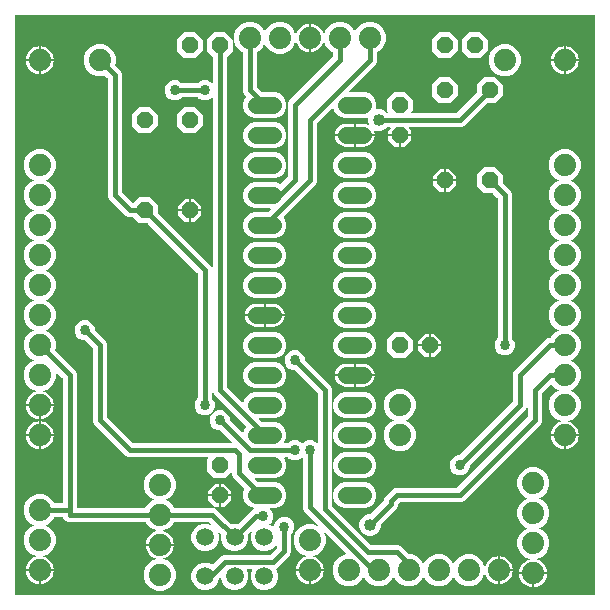
<source format=gbr>
G04 EAGLE Gerber RS-274X export*
G75*
%MOMM*%
%FSLAX34Y34*%
%LPD*%
%INBottom Copper*%
%IPPOS*%
%AMOC8*
5,1,8,0,0,1.08239X$1,22.5*%
G01*
%ADD10P,1.539592X8X292.500000*%
%ADD11P,1.539592X8X22.500000*%
%ADD12P,1.539592X8X202.500000*%
%ADD13P,1.539592X8X112.500000*%
%ADD14C,1.422400*%
%ADD15C,1.879600*%
%ADD16C,1.509600*%
%ADD17C,0.406400*%
%ADD18C,0.858000*%
%ADD19C,1.016000*%

G36*
X495605Y4076D02*
X495605Y4076D01*
X495656Y4078D01*
X495688Y4096D01*
X495724Y4104D01*
X495763Y4137D01*
X495808Y4161D01*
X495829Y4191D01*
X495857Y4214D01*
X495878Y4261D01*
X495908Y4303D01*
X495916Y4345D01*
X495928Y4373D01*
X495927Y4403D01*
X495935Y4445D01*
X495935Y495555D01*
X495924Y495605D01*
X495922Y495656D01*
X495904Y495688D01*
X495896Y495724D01*
X495863Y495763D01*
X495839Y495808D01*
X495809Y495829D01*
X495786Y495857D01*
X495739Y495878D01*
X495697Y495908D01*
X495655Y495916D01*
X495627Y495928D01*
X495597Y495927D01*
X495555Y495935D01*
X4445Y495935D01*
X4395Y495924D01*
X4344Y495922D01*
X4312Y495904D01*
X4276Y495896D01*
X4237Y495863D01*
X4192Y495839D01*
X4171Y495809D01*
X4143Y495786D01*
X4122Y495739D01*
X4092Y495697D01*
X4084Y495655D01*
X4072Y495627D01*
X4073Y495597D01*
X4065Y495555D01*
X4065Y4445D01*
X4076Y4395D01*
X4078Y4344D01*
X4096Y4312D01*
X4104Y4276D01*
X4137Y4237D01*
X4161Y4192D01*
X4191Y4171D01*
X4214Y4143D01*
X4261Y4122D01*
X4303Y4092D01*
X4345Y4084D01*
X4373Y4072D01*
X4403Y4073D01*
X4445Y4065D01*
X495555Y4065D01*
X495605Y4076D01*
G37*
%LPC*%
G36*
X124322Y8127D02*
X124322Y8127D01*
X119374Y10177D01*
X115587Y13964D01*
X113537Y18912D01*
X113537Y24268D01*
X115587Y29216D01*
X119374Y33003D01*
X123714Y34801D01*
X123747Y34824D01*
X123785Y34839D01*
X123816Y34874D01*
X123855Y34902D01*
X123874Y34938D01*
X123901Y34968D01*
X123914Y35013D01*
X123936Y35055D01*
X123937Y35095D01*
X123948Y35135D01*
X123940Y35181D01*
X123941Y35228D01*
X123924Y35265D01*
X123917Y35305D01*
X123888Y35342D01*
X123869Y35385D01*
X123837Y35411D01*
X123813Y35443D01*
X123762Y35471D01*
X123734Y35494D01*
X123712Y35499D01*
X123686Y35514D01*
X122417Y35926D01*
X120743Y36779D01*
X119222Y37884D01*
X117894Y39212D01*
X116789Y40733D01*
X115936Y42407D01*
X115355Y44194D01*
X115061Y46050D01*
X115061Y46229D01*
X126619Y46229D01*
X126669Y46240D01*
X126720Y46242D01*
X126752Y46260D01*
X126788Y46268D01*
X126827Y46301D01*
X126872Y46325D01*
X126893Y46355D01*
X126921Y46378D01*
X126942Y46425D01*
X126971Y46467D01*
X126980Y46509D01*
X126992Y46537D01*
X126991Y46567D01*
X126999Y46609D01*
X126999Y47371D01*
X126987Y47421D01*
X126986Y47472D01*
X126968Y47504D01*
X126960Y47540D01*
X126927Y47579D01*
X126903Y47624D01*
X126873Y47645D01*
X126849Y47673D01*
X126803Y47694D01*
X126761Y47724D01*
X126719Y47732D01*
X126691Y47744D01*
X126661Y47743D01*
X126619Y47751D01*
X115061Y47751D01*
X115061Y47930D01*
X115355Y49786D01*
X115936Y51573D01*
X116789Y53247D01*
X117894Y54768D01*
X119222Y56096D01*
X120743Y57201D01*
X122417Y58054D01*
X123686Y58466D01*
X123704Y58477D01*
X123715Y58480D01*
X123726Y58489D01*
X123759Y58499D01*
X123794Y58532D01*
X123834Y58556D01*
X123856Y58590D01*
X123885Y58618D01*
X123902Y58662D01*
X123927Y58702D01*
X123932Y58743D01*
X123946Y58781D01*
X123941Y58827D01*
X123946Y58874D01*
X123932Y58913D01*
X123927Y58953D01*
X123902Y58993D01*
X123886Y59037D01*
X123856Y59065D01*
X123835Y59099D01*
X123787Y59131D01*
X123760Y59156D01*
X123739Y59163D01*
X123714Y59179D01*
X119374Y60977D01*
X115587Y64764D01*
X115051Y66059D01*
X115014Y66110D01*
X114983Y66166D01*
X114964Y66180D01*
X114950Y66199D01*
X114893Y66229D01*
X114842Y66266D01*
X114815Y66271D01*
X114797Y66281D01*
X114759Y66282D01*
X114699Y66293D01*
X49587Y66293D01*
X47346Y67221D01*
X45631Y68936D01*
X45245Y69869D01*
X45208Y69920D01*
X45178Y69976D01*
X45158Y69990D01*
X45144Y70009D01*
X45088Y70039D01*
X45036Y70076D01*
X45010Y70081D01*
X44991Y70091D01*
X44954Y70092D01*
X44894Y70103D01*
X37701Y70103D01*
X37639Y70089D01*
X37576Y70082D01*
X37555Y70069D01*
X37532Y70064D01*
X37483Y70023D01*
X37429Y69989D01*
X37414Y69967D01*
X37398Y69954D01*
X37383Y69919D01*
X37349Y69869D01*
X36813Y68574D01*
X33026Y64787D01*
X30767Y63851D01*
X30746Y63836D01*
X30722Y63829D01*
X30677Y63786D01*
X30627Y63750D01*
X30614Y63727D01*
X30596Y63710D01*
X30574Y63652D01*
X30545Y63597D01*
X30545Y63571D01*
X30536Y63547D01*
X30542Y63486D01*
X30540Y63424D01*
X30551Y63401D01*
X30554Y63375D01*
X30587Y63323D01*
X30613Y63267D01*
X30633Y63250D01*
X30647Y63229D01*
X30718Y63181D01*
X30747Y63158D01*
X30757Y63156D01*
X30767Y63149D01*
X33026Y62213D01*
X36813Y58426D01*
X38863Y53478D01*
X38863Y48122D01*
X36813Y43174D01*
X33026Y39387D01*
X28686Y37589D01*
X28653Y37566D01*
X28615Y37551D01*
X28584Y37516D01*
X28545Y37488D01*
X28526Y37452D01*
X28499Y37422D01*
X28486Y37377D01*
X28464Y37335D01*
X28463Y37295D01*
X28452Y37255D01*
X28460Y37209D01*
X28459Y37162D01*
X28476Y37125D01*
X28483Y37085D01*
X28512Y37047D01*
X28531Y37005D01*
X28563Y36979D01*
X28587Y36946D01*
X28638Y36919D01*
X28666Y36896D01*
X28688Y36891D01*
X28714Y36876D01*
X29983Y36464D01*
X31657Y35611D01*
X33178Y34506D01*
X34506Y33178D01*
X35611Y31657D01*
X36464Y29983D01*
X37045Y28196D01*
X37339Y26340D01*
X37339Y26161D01*
X25781Y26161D01*
X25731Y26150D01*
X25680Y26148D01*
X25648Y26130D01*
X25612Y26122D01*
X25573Y26089D01*
X25528Y26065D01*
X25507Y26035D01*
X25479Y26012D01*
X25458Y25965D01*
X25429Y25923D01*
X25420Y25881D01*
X25408Y25853D01*
X25409Y25823D01*
X25401Y25781D01*
X25401Y25399D01*
X25399Y25399D01*
X25399Y25781D01*
X25387Y25831D01*
X25386Y25882D01*
X25368Y25914D01*
X25360Y25950D01*
X25327Y25989D01*
X25303Y26034D01*
X25273Y26055D01*
X25249Y26083D01*
X25203Y26104D01*
X25161Y26134D01*
X25119Y26142D01*
X25091Y26154D01*
X25061Y26153D01*
X25019Y26161D01*
X13461Y26161D01*
X13461Y26340D01*
X13755Y28196D01*
X14336Y29983D01*
X15189Y31657D01*
X16294Y33178D01*
X17622Y34506D01*
X19143Y35611D01*
X20817Y36464D01*
X22086Y36876D01*
X22121Y36897D01*
X22160Y36909D01*
X22194Y36942D01*
X22234Y36966D01*
X22256Y37000D01*
X22286Y37028D01*
X22302Y37072D01*
X22327Y37112D01*
X22332Y37152D01*
X22346Y37191D01*
X22341Y37237D01*
X22346Y37284D01*
X22332Y37323D01*
X22327Y37363D01*
X22302Y37403D01*
X22286Y37447D01*
X22256Y37475D01*
X22235Y37509D01*
X22187Y37541D01*
X22160Y37566D01*
X22139Y37573D01*
X22114Y37589D01*
X17774Y39387D01*
X13987Y43174D01*
X11937Y48122D01*
X11937Y53478D01*
X13987Y58426D01*
X17774Y62213D01*
X20033Y63149D01*
X20054Y63164D01*
X20078Y63171D01*
X20123Y63214D01*
X20173Y63250D01*
X20185Y63273D01*
X20204Y63290D01*
X20226Y63348D01*
X20255Y63403D01*
X20255Y63429D01*
X20264Y63453D01*
X20258Y63514D01*
X20260Y63576D01*
X20249Y63599D01*
X20246Y63625D01*
X20213Y63677D01*
X20187Y63733D01*
X20167Y63750D01*
X20153Y63771D01*
X20081Y63819D01*
X20053Y63842D01*
X20043Y63845D01*
X20033Y63851D01*
X17774Y64787D01*
X13987Y68574D01*
X11937Y73522D01*
X11937Y78878D01*
X13987Y83826D01*
X17774Y87613D01*
X22722Y89663D01*
X28078Y89663D01*
X33026Y87613D01*
X36813Y83826D01*
X37349Y82531D01*
X37386Y82480D01*
X37417Y82424D01*
X37436Y82410D01*
X37450Y82391D01*
X37507Y82361D01*
X37558Y82324D01*
X37585Y82319D01*
X37603Y82309D01*
X37641Y82308D01*
X37701Y82297D01*
X44323Y82297D01*
X44373Y82308D01*
X44424Y82310D01*
X44456Y82328D01*
X44492Y82336D01*
X44531Y82369D01*
X44576Y82393D01*
X44597Y82423D01*
X44625Y82446D01*
X44646Y82493D01*
X44676Y82535D01*
X44684Y82577D01*
X44696Y82605D01*
X44695Y82635D01*
X44703Y82677D01*
X44703Y187817D01*
X44686Y187891D01*
X44673Y187966D01*
X44666Y187976D01*
X44664Y187986D01*
X44640Y188015D01*
X44592Y188086D01*
X39512Y193166D01*
X39490Y193180D01*
X39474Y193200D01*
X39417Y193225D01*
X39365Y193257D01*
X39339Y193260D01*
X39315Y193270D01*
X39254Y193268D01*
X39192Y193274D01*
X39168Y193265D01*
X39142Y193264D01*
X39088Y193234D01*
X39030Y193212D01*
X39013Y193193D01*
X38990Y193181D01*
X38955Y193131D01*
X38913Y193085D01*
X38905Y193061D01*
X38890Y193039D01*
X38874Y192955D01*
X38863Y192919D01*
X38865Y192909D01*
X38863Y192897D01*
X38863Y187822D01*
X36813Y182874D01*
X33026Y179087D01*
X28686Y177289D01*
X28653Y177266D01*
X28615Y177251D01*
X28584Y177216D01*
X28545Y177188D01*
X28526Y177152D01*
X28499Y177122D01*
X28486Y177077D01*
X28464Y177035D01*
X28463Y176995D01*
X28452Y176955D01*
X28460Y176909D01*
X28459Y176862D01*
X28476Y176825D01*
X28483Y176785D01*
X28512Y176748D01*
X28531Y176705D01*
X28563Y176679D01*
X28587Y176647D01*
X28638Y176619D01*
X28666Y176596D01*
X28688Y176591D01*
X28714Y176576D01*
X29983Y176164D01*
X31657Y175311D01*
X33178Y174206D01*
X34506Y172878D01*
X35611Y171357D01*
X36464Y169683D01*
X37045Y167896D01*
X37339Y166040D01*
X37339Y165861D01*
X25781Y165861D01*
X25731Y165850D01*
X25680Y165848D01*
X25648Y165830D01*
X25612Y165822D01*
X25573Y165789D01*
X25528Y165765D01*
X25507Y165735D01*
X25479Y165712D01*
X25458Y165665D01*
X25429Y165623D01*
X25420Y165581D01*
X25408Y165553D01*
X25409Y165523D01*
X25401Y165481D01*
X25401Y165099D01*
X25399Y165099D01*
X25399Y165481D01*
X25387Y165531D01*
X25386Y165582D01*
X25368Y165614D01*
X25360Y165650D01*
X25327Y165689D01*
X25303Y165734D01*
X25273Y165755D01*
X25249Y165783D01*
X25203Y165804D01*
X25161Y165834D01*
X25119Y165842D01*
X25091Y165854D01*
X25061Y165853D01*
X25019Y165861D01*
X13461Y165861D01*
X13461Y166040D01*
X13755Y167896D01*
X14336Y169683D01*
X15189Y171357D01*
X16294Y172878D01*
X17622Y174206D01*
X19143Y175311D01*
X20817Y176164D01*
X22086Y176576D01*
X22121Y176597D01*
X22159Y176609D01*
X22194Y176642D01*
X22234Y176666D01*
X22256Y176700D01*
X22285Y176728D01*
X22302Y176772D01*
X22327Y176812D01*
X22332Y176853D01*
X22346Y176891D01*
X22341Y176937D01*
X22346Y176984D01*
X22332Y177023D01*
X22327Y177063D01*
X22302Y177103D01*
X22286Y177147D01*
X22256Y177175D01*
X22235Y177209D01*
X22187Y177241D01*
X22160Y177266D01*
X22139Y177273D01*
X22114Y177289D01*
X17774Y179087D01*
X13987Y182874D01*
X11937Y187822D01*
X11937Y193178D01*
X13987Y198126D01*
X17774Y201913D01*
X20033Y202849D01*
X20054Y202864D01*
X20078Y202871D01*
X20123Y202914D01*
X20173Y202950D01*
X20185Y202973D01*
X20204Y202990D01*
X20226Y203048D01*
X20255Y203103D01*
X20255Y203129D01*
X20264Y203153D01*
X20258Y203214D01*
X20260Y203276D01*
X20249Y203299D01*
X20246Y203325D01*
X20213Y203377D01*
X20187Y203433D01*
X20167Y203450D01*
X20153Y203471D01*
X20081Y203519D01*
X20053Y203542D01*
X20043Y203545D01*
X20033Y203551D01*
X17774Y204487D01*
X13987Y208274D01*
X11937Y213222D01*
X11937Y218578D01*
X13987Y223526D01*
X17774Y227313D01*
X20033Y228249D01*
X20054Y228264D01*
X20078Y228271D01*
X20123Y228314D01*
X20173Y228350D01*
X20185Y228373D01*
X20204Y228390D01*
X20226Y228448D01*
X20255Y228503D01*
X20255Y228529D01*
X20264Y228553D01*
X20258Y228614D01*
X20260Y228676D01*
X20249Y228699D01*
X20246Y228725D01*
X20213Y228777D01*
X20187Y228833D01*
X20167Y228850D01*
X20153Y228871D01*
X20081Y228919D01*
X20053Y228942D01*
X20043Y228945D01*
X20033Y228951D01*
X17774Y229887D01*
X13987Y233674D01*
X11937Y238622D01*
X11937Y243978D01*
X13987Y248926D01*
X17774Y252713D01*
X20033Y253649D01*
X20054Y253664D01*
X20078Y253671D01*
X20123Y253714D01*
X20173Y253750D01*
X20185Y253773D01*
X20204Y253790D01*
X20226Y253848D01*
X20255Y253903D01*
X20255Y253929D01*
X20264Y253953D01*
X20258Y254014D01*
X20260Y254076D01*
X20249Y254099D01*
X20246Y254125D01*
X20213Y254177D01*
X20187Y254233D01*
X20167Y254250D01*
X20153Y254271D01*
X20081Y254319D01*
X20053Y254342D01*
X20043Y254345D01*
X20033Y254351D01*
X17774Y255287D01*
X13987Y259074D01*
X11937Y264022D01*
X11937Y269378D01*
X13987Y274326D01*
X17774Y278113D01*
X20033Y279049D01*
X20054Y279064D01*
X20078Y279071D01*
X20123Y279114D01*
X20173Y279150D01*
X20186Y279173D01*
X20204Y279190D01*
X20226Y279248D01*
X20255Y279303D01*
X20255Y279329D01*
X20264Y279353D01*
X20258Y279414D01*
X20260Y279476D01*
X20249Y279499D01*
X20246Y279525D01*
X20213Y279577D01*
X20187Y279633D01*
X20167Y279650D01*
X20153Y279671D01*
X20082Y279719D01*
X20053Y279742D01*
X20043Y279745D01*
X20033Y279751D01*
X17774Y280687D01*
X13987Y284474D01*
X11937Y289422D01*
X11937Y294778D01*
X13987Y299726D01*
X17774Y303513D01*
X20033Y304449D01*
X20054Y304464D01*
X20078Y304471D01*
X20123Y304514D01*
X20173Y304550D01*
X20186Y304573D01*
X20204Y304590D01*
X20226Y304648D01*
X20255Y304703D01*
X20255Y304729D01*
X20264Y304753D01*
X20258Y304814D01*
X20260Y304876D01*
X20249Y304899D01*
X20246Y304925D01*
X20213Y304977D01*
X20187Y305033D01*
X20167Y305050D01*
X20153Y305071D01*
X20082Y305119D01*
X20053Y305142D01*
X20043Y305145D01*
X20033Y305151D01*
X17774Y306087D01*
X13987Y309874D01*
X11937Y314822D01*
X11937Y320178D01*
X13987Y325126D01*
X17774Y328913D01*
X20033Y329849D01*
X20054Y329864D01*
X20078Y329871D01*
X20123Y329914D01*
X20173Y329950D01*
X20186Y329973D01*
X20204Y329990D01*
X20226Y330048D01*
X20255Y330103D01*
X20255Y330129D01*
X20264Y330153D01*
X20258Y330214D01*
X20260Y330276D01*
X20249Y330299D01*
X20246Y330325D01*
X20213Y330377D01*
X20187Y330433D01*
X20167Y330450D01*
X20153Y330471D01*
X20082Y330519D01*
X20053Y330542D01*
X20043Y330545D01*
X20033Y330551D01*
X17774Y331487D01*
X13987Y335274D01*
X11937Y340222D01*
X11937Y345578D01*
X13987Y350526D01*
X17774Y354313D01*
X20033Y355249D01*
X20054Y355264D01*
X20078Y355271D01*
X20123Y355314D01*
X20173Y355350D01*
X20186Y355373D01*
X20204Y355390D01*
X20226Y355448D01*
X20255Y355503D01*
X20255Y355529D01*
X20264Y355553D01*
X20258Y355614D01*
X20260Y355676D01*
X20249Y355699D01*
X20246Y355725D01*
X20213Y355777D01*
X20187Y355833D01*
X20167Y355850D01*
X20153Y355871D01*
X20082Y355919D01*
X20053Y355942D01*
X20043Y355945D01*
X20033Y355951D01*
X17774Y356887D01*
X13987Y360674D01*
X11937Y365622D01*
X11937Y370978D01*
X13987Y375926D01*
X17774Y379713D01*
X22722Y381763D01*
X28078Y381763D01*
X33026Y379713D01*
X36813Y375926D01*
X38863Y370978D01*
X38863Y365622D01*
X36813Y360674D01*
X33026Y356887D01*
X30767Y355951D01*
X30746Y355936D01*
X30722Y355929D01*
X30677Y355886D01*
X30627Y355850D01*
X30614Y355828D01*
X30596Y355810D01*
X30574Y355752D01*
X30545Y355697D01*
X30545Y355671D01*
X30536Y355647D01*
X30542Y355586D01*
X30540Y355524D01*
X30551Y355501D01*
X30554Y355475D01*
X30587Y355423D01*
X30613Y355367D01*
X30633Y355350D01*
X30647Y355329D01*
X30718Y355281D01*
X30747Y355258D01*
X30757Y355256D01*
X30767Y355249D01*
X33026Y354313D01*
X36813Y350526D01*
X38863Y345578D01*
X38863Y340222D01*
X36813Y335274D01*
X33026Y331487D01*
X30767Y330551D01*
X30746Y330536D01*
X30722Y330529D01*
X30677Y330486D01*
X30627Y330450D01*
X30614Y330428D01*
X30596Y330410D01*
X30574Y330352D01*
X30545Y330297D01*
X30545Y330271D01*
X30536Y330247D01*
X30542Y330186D01*
X30540Y330124D01*
X30551Y330101D01*
X30554Y330075D01*
X30587Y330023D01*
X30613Y329967D01*
X30633Y329950D01*
X30647Y329929D01*
X30718Y329881D01*
X30747Y329858D01*
X30757Y329856D01*
X30767Y329849D01*
X33026Y328913D01*
X36813Y325126D01*
X38863Y320178D01*
X38863Y314822D01*
X36813Y309874D01*
X33026Y306087D01*
X30767Y305151D01*
X30746Y305136D01*
X30722Y305129D01*
X30677Y305086D01*
X30627Y305050D01*
X30614Y305028D01*
X30596Y305010D01*
X30574Y304952D01*
X30545Y304897D01*
X30545Y304871D01*
X30536Y304847D01*
X30542Y304786D01*
X30540Y304724D01*
X30551Y304701D01*
X30554Y304675D01*
X30587Y304623D01*
X30613Y304567D01*
X30633Y304550D01*
X30647Y304529D01*
X30718Y304481D01*
X30747Y304458D01*
X30757Y304456D01*
X30767Y304449D01*
X33026Y303513D01*
X36813Y299726D01*
X38863Y294778D01*
X38863Y289422D01*
X36813Y284474D01*
X33026Y280687D01*
X30767Y279751D01*
X30746Y279736D01*
X30722Y279729D01*
X30677Y279686D01*
X30627Y279650D01*
X30614Y279628D01*
X30596Y279610D01*
X30574Y279552D01*
X30545Y279497D01*
X30545Y279471D01*
X30536Y279447D01*
X30542Y279386D01*
X30540Y279324D01*
X30551Y279301D01*
X30554Y279275D01*
X30587Y279223D01*
X30613Y279167D01*
X30633Y279150D01*
X30647Y279129D01*
X30718Y279081D01*
X30747Y279058D01*
X30757Y279056D01*
X30767Y279049D01*
X33026Y278113D01*
X36813Y274326D01*
X38863Y269378D01*
X38863Y264022D01*
X36813Y259074D01*
X33026Y255287D01*
X30767Y254351D01*
X30746Y254336D01*
X30722Y254329D01*
X30677Y254286D01*
X30627Y254250D01*
X30614Y254227D01*
X30596Y254210D01*
X30574Y254152D01*
X30545Y254097D01*
X30545Y254071D01*
X30536Y254047D01*
X30542Y253986D01*
X30540Y253924D01*
X30551Y253901D01*
X30554Y253875D01*
X30587Y253823D01*
X30613Y253767D01*
X30633Y253750D01*
X30647Y253729D01*
X30718Y253681D01*
X30747Y253658D01*
X30757Y253656D01*
X30767Y253649D01*
X33026Y252713D01*
X36813Y248926D01*
X38863Y243978D01*
X38863Y238622D01*
X36813Y233674D01*
X33026Y229887D01*
X30767Y228951D01*
X30746Y228936D01*
X30722Y228929D01*
X30677Y228886D01*
X30627Y228850D01*
X30614Y228827D01*
X30596Y228810D01*
X30574Y228752D01*
X30545Y228697D01*
X30545Y228671D01*
X30536Y228647D01*
X30542Y228586D01*
X30540Y228524D01*
X30551Y228501D01*
X30554Y228475D01*
X30587Y228423D01*
X30613Y228367D01*
X30633Y228350D01*
X30647Y228329D01*
X30718Y228281D01*
X30747Y228258D01*
X30757Y228256D01*
X30767Y228249D01*
X33026Y227313D01*
X36813Y223526D01*
X38863Y218578D01*
X38863Y213222D01*
X38326Y211928D01*
X38316Y211865D01*
X38298Y211804D01*
X38302Y211780D01*
X38298Y211757D01*
X38317Y211696D01*
X38328Y211633D01*
X38343Y211611D01*
X38349Y211591D01*
X38375Y211563D01*
X38409Y211513D01*
X54200Y195722D01*
X55969Y193954D01*
X56897Y191713D01*
X56897Y78867D01*
X56908Y78817D01*
X56910Y78766D01*
X56928Y78734D01*
X56936Y78698D01*
X56969Y78659D01*
X56993Y78614D01*
X57023Y78593D01*
X57046Y78565D01*
X57093Y78544D01*
X57135Y78514D01*
X57177Y78506D01*
X57205Y78494D01*
X57235Y78495D01*
X57277Y78487D01*
X114699Y78487D01*
X114761Y78501D01*
X114824Y78508D01*
X114845Y78521D01*
X114868Y78526D01*
X114917Y78567D01*
X114971Y78601D01*
X114986Y78623D01*
X115002Y78636D01*
X115017Y78671D01*
X115051Y78721D01*
X115587Y80016D01*
X119374Y83803D01*
X121633Y84739D01*
X121654Y84754D01*
X121678Y84761D01*
X121723Y84804D01*
X121773Y84840D01*
X121786Y84863D01*
X121804Y84880D01*
X121826Y84938D01*
X121855Y84993D01*
X121855Y85019D01*
X121864Y85043D01*
X121858Y85104D01*
X121860Y85166D01*
X121849Y85189D01*
X121846Y85215D01*
X121813Y85267D01*
X121787Y85323D01*
X121767Y85340D01*
X121753Y85361D01*
X121682Y85409D01*
X121653Y85432D01*
X121643Y85434D01*
X121633Y85441D01*
X119374Y86377D01*
X115587Y90164D01*
X113537Y95112D01*
X113537Y100468D01*
X115587Y105416D01*
X119374Y109203D01*
X124322Y111253D01*
X129678Y111253D01*
X134626Y109203D01*
X138413Y105416D01*
X140463Y100468D01*
X140463Y95112D01*
X138413Y90164D01*
X134626Y86377D01*
X132367Y85441D01*
X132346Y85426D01*
X132322Y85419D01*
X132277Y85376D01*
X132227Y85340D01*
X132215Y85317D01*
X132196Y85300D01*
X132174Y85242D01*
X132145Y85187D01*
X132145Y85161D01*
X132136Y85137D01*
X132142Y85076D01*
X132140Y85014D01*
X132151Y84991D01*
X132154Y84965D01*
X132187Y84913D01*
X132213Y84857D01*
X132233Y84840D01*
X132247Y84819D01*
X132319Y84771D01*
X132347Y84748D01*
X132357Y84745D01*
X132367Y84739D01*
X134626Y83803D01*
X138413Y80016D01*
X138949Y78721D01*
X138986Y78670D01*
X139017Y78614D01*
X139036Y78600D01*
X139050Y78581D01*
X139107Y78551D01*
X139158Y78514D01*
X139185Y78509D01*
X139203Y78499D01*
X139241Y78498D01*
X139301Y78487D01*
X172653Y78487D01*
X174894Y77559D01*
X187529Y64923D01*
X187583Y64890D01*
X187632Y64850D01*
X187656Y64844D01*
X187676Y64832D01*
X187740Y64826D01*
X187801Y64812D01*
X187828Y64817D01*
X187849Y64815D01*
X187884Y64828D01*
X187943Y64841D01*
X188190Y64943D01*
X192810Y64943D01*
X193057Y64841D01*
X193119Y64830D01*
X193180Y64812D01*
X193204Y64816D01*
X193228Y64812D01*
X193288Y64831D01*
X193351Y64842D01*
X193373Y64857D01*
X193393Y64863D01*
X193421Y64889D01*
X193471Y64923D01*
X203068Y74520D01*
X204836Y76289D01*
X206584Y77013D01*
X206605Y77028D01*
X206630Y77035D01*
X206675Y77078D01*
X206725Y77114D01*
X206737Y77136D01*
X206756Y77154D01*
X206777Y77212D01*
X206806Y77267D01*
X206807Y77292D01*
X206816Y77317D01*
X206810Y77378D01*
X206811Y77440D01*
X206801Y77463D01*
X206798Y77489D01*
X206765Y77541D01*
X206739Y77597D01*
X206719Y77613D01*
X206705Y77635D01*
X206633Y77683D01*
X206604Y77706D01*
X206595Y77708D01*
X206584Y77715D01*
X202457Y79425D01*
X199313Y82569D01*
X197611Y86677D01*
X197611Y91123D01*
X198759Y93894D01*
X198769Y93957D01*
X198787Y94018D01*
X198783Y94042D01*
X198787Y94065D01*
X198769Y94126D01*
X198758Y94189D01*
X198743Y94211D01*
X198737Y94231D01*
X198711Y94258D01*
X198677Y94309D01*
X188887Y104098D01*
X187959Y106339D01*
X187959Y107735D01*
X187953Y107760D01*
X187956Y107786D01*
X187934Y107844D01*
X187920Y107904D01*
X187903Y107924D01*
X187894Y107948D01*
X187849Y107990D01*
X187810Y108037D01*
X187786Y108048D01*
X187767Y108065D01*
X187708Y108083D01*
X187651Y108108D01*
X187626Y108107D01*
X187601Y108115D01*
X187540Y108104D01*
X187478Y108102D01*
X187456Y108089D01*
X187430Y108085D01*
X187359Y108037D01*
X187326Y108019D01*
X187320Y108011D01*
X187310Y108004D01*
X182430Y103123D01*
X173170Y103123D01*
X166623Y109670D01*
X166623Y118930D01*
X167948Y120254D01*
X167961Y120276D01*
X167981Y120292D01*
X168007Y120349D01*
X168039Y120401D01*
X168042Y120427D01*
X168052Y120451D01*
X168050Y120512D01*
X168056Y120574D01*
X168047Y120598D01*
X168046Y120624D01*
X168016Y120678D01*
X167994Y120736D01*
X167975Y120753D01*
X167963Y120776D01*
X167913Y120811D01*
X167867Y120853D01*
X167842Y120861D01*
X167821Y120876D01*
X167737Y120892D01*
X167701Y120903D01*
X167691Y120901D01*
X167679Y120903D01*
X100387Y120903D01*
X98146Y121831D01*
X71031Y148946D01*
X70103Y151187D01*
X70103Y213217D01*
X70091Y213270D01*
X70090Y213303D01*
X70081Y213319D01*
X70073Y213366D01*
X70066Y213376D01*
X70064Y213386D01*
X70040Y213415D01*
X69992Y213486D01*
X63344Y220134D01*
X63279Y220174D01*
X63217Y220218D01*
X63205Y220220D01*
X63197Y220225D01*
X63160Y220229D01*
X63075Y220245D01*
X61838Y220245D01*
X58767Y221517D01*
X56417Y223867D01*
X55145Y226938D01*
X55145Y230262D01*
X56417Y233333D01*
X58767Y235683D01*
X61838Y236955D01*
X65162Y236955D01*
X68233Y235683D01*
X70583Y233333D01*
X71855Y230262D01*
X71855Y229025D01*
X71872Y228951D01*
X71885Y228876D01*
X71892Y228866D01*
X71894Y228856D01*
X71918Y228827D01*
X71966Y228756D01*
X81369Y219354D01*
X82297Y217113D01*
X82297Y155083D01*
X82314Y155009D01*
X82327Y154934D01*
X82334Y154924D01*
X82336Y154914D01*
X82360Y154885D01*
X82408Y154814D01*
X104014Y133208D01*
X104079Y133168D01*
X104141Y133124D01*
X104153Y133122D01*
X104161Y133117D01*
X104198Y133113D01*
X104283Y133097D01*
X187563Y133097D01*
X187588Y133103D01*
X187614Y133100D01*
X187672Y133122D01*
X187732Y133136D01*
X187752Y133153D01*
X187776Y133162D01*
X187818Y133207D01*
X187866Y133246D01*
X187876Y133270D01*
X187894Y133289D01*
X187911Y133348D01*
X187936Y133405D01*
X187936Y133430D01*
X187943Y133455D01*
X187932Y133516D01*
X187930Y133578D01*
X187918Y133600D01*
X187913Y133626D01*
X187865Y133697D01*
X187847Y133730D01*
X187839Y133736D01*
X187832Y133746D01*
X177644Y143934D01*
X177579Y143974D01*
X177517Y144018D01*
X177505Y144020D01*
X177497Y144025D01*
X177460Y144029D01*
X177375Y144045D01*
X176138Y144045D01*
X173067Y145317D01*
X170717Y147667D01*
X169445Y150738D01*
X169445Y154062D01*
X170717Y157133D01*
X173067Y159483D01*
X176138Y160755D01*
X179462Y160755D01*
X182533Y159483D01*
X184883Y157133D01*
X186155Y154062D01*
X186155Y152825D01*
X186172Y152751D01*
X186185Y152676D01*
X186192Y152666D01*
X186194Y152656D01*
X186218Y152627D01*
X186266Y152556D01*
X197000Y141822D01*
X197033Y141802D01*
X197059Y141774D01*
X197100Y141759D01*
X197122Y141743D01*
X197130Y141741D01*
X197147Y141730D01*
X197186Y141727D01*
X197222Y141713D01*
X197255Y141717D01*
X197264Y141715D01*
X197271Y141715D01*
X197281Y141718D01*
X197320Y141714D01*
X197356Y141728D01*
X197394Y141732D01*
X197425Y141751D01*
X197440Y141755D01*
X197451Y141764D01*
X197482Y141776D01*
X197508Y141804D01*
X197540Y141824D01*
X197560Y141854D01*
X197573Y141865D01*
X197582Y141883D01*
X197600Y141903D01*
X197606Y141923D01*
X197620Y141945D01*
X199313Y146031D01*
X199861Y146579D01*
X199888Y146623D01*
X199923Y146660D01*
X199933Y146695D01*
X199952Y146726D01*
X199957Y146777D01*
X199972Y146826D01*
X199965Y146862D01*
X199969Y146899D01*
X199951Y146947D01*
X199942Y146997D01*
X199918Y147032D01*
X199907Y147061D01*
X199885Y147082D01*
X199861Y147117D01*
X172631Y174346D01*
X171928Y176044D01*
X171921Y176055D01*
X171918Y176067D01*
X171871Y176125D01*
X171827Y176185D01*
X171816Y176191D01*
X171808Y176201D01*
X171740Y176231D01*
X171674Y176266D01*
X171661Y176267D01*
X171649Y176272D01*
X171575Y176269D01*
X171501Y176271D01*
X171489Y176266D01*
X171476Y176265D01*
X171411Y176230D01*
X171344Y176199D01*
X171335Y176189D01*
X171324Y176183D01*
X171282Y176122D01*
X171235Y176064D01*
X171232Y176051D01*
X171224Y176041D01*
X171197Y175899D01*
X171197Y170976D01*
X171209Y170923D01*
X171210Y170894D01*
X171218Y170880D01*
X171227Y170827D01*
X171234Y170817D01*
X171236Y170807D01*
X171260Y170779D01*
X171308Y170707D01*
X172183Y169833D01*
X173455Y166762D01*
X173455Y163438D01*
X172183Y160367D01*
X169833Y158017D01*
X166762Y156745D01*
X163438Y156745D01*
X160367Y158017D01*
X158017Y160367D01*
X156745Y163438D01*
X156745Y166762D01*
X158017Y169833D01*
X158892Y170707D01*
X158932Y170772D01*
X158976Y170834D01*
X158978Y170846D01*
X158983Y170855D01*
X158987Y170892D01*
X158990Y170908D01*
X158996Y170922D01*
X158996Y170937D01*
X159003Y170976D01*
X159003Y276717D01*
X158991Y276769D01*
X158990Y276805D01*
X158981Y276821D01*
X158973Y276866D01*
X158966Y276876D01*
X158964Y276886D01*
X158940Y276915D01*
X158892Y276986D01*
X116966Y318912D01*
X116901Y318952D01*
X116839Y318996D01*
X116827Y318998D01*
X116819Y319003D01*
X116782Y319007D01*
X116697Y319023D01*
X109670Y319023D01*
X104702Y323992D01*
X104637Y324032D01*
X104575Y324076D01*
X104563Y324078D01*
X104555Y324083D01*
X104518Y324087D01*
X104433Y324103D01*
X100387Y324103D01*
X98146Y325031D01*
X83731Y339446D01*
X82803Y341687D01*
X82803Y441817D01*
X82786Y441891D01*
X82773Y441966D01*
X82766Y441976D01*
X82764Y441986D01*
X82740Y442015D01*
X82692Y442086D01*
X80587Y444191D01*
X80533Y444225D01*
X80484Y444265D01*
X80460Y444270D01*
X80440Y444282D01*
X80376Y444289D01*
X80314Y444302D01*
X80288Y444297D01*
X80267Y444299D01*
X80232Y444286D01*
X80172Y444274D01*
X78878Y443737D01*
X73522Y443737D01*
X68574Y445787D01*
X64787Y449574D01*
X62737Y454522D01*
X62737Y459878D01*
X64787Y464826D01*
X68574Y468613D01*
X73522Y470663D01*
X78878Y470663D01*
X83826Y468613D01*
X87613Y464826D01*
X89663Y459878D01*
X89663Y454522D01*
X89126Y453228D01*
X89116Y453165D01*
X89098Y453104D01*
X89102Y453080D01*
X89098Y453057D01*
X89117Y452996D01*
X89128Y452933D01*
X89143Y452911D01*
X89149Y452891D01*
X89175Y452863D01*
X89209Y452813D01*
X92300Y449722D01*
X94069Y447954D01*
X94997Y445713D01*
X94997Y345583D01*
X95014Y345509D01*
X95027Y345434D01*
X95034Y345424D01*
X95036Y345414D01*
X95060Y345385D01*
X95108Y345314D01*
X104014Y336408D01*
X104079Y336368D01*
X104141Y336324D01*
X104153Y336322D01*
X104161Y336317D01*
X104198Y336313D01*
X104283Y336297D01*
X104433Y336297D01*
X104507Y336314D01*
X104582Y336327D01*
X104592Y336334D01*
X104602Y336336D01*
X104631Y336360D01*
X104702Y336408D01*
X109670Y341377D01*
X118930Y341377D01*
X125477Y334830D01*
X125477Y327803D01*
X125494Y327729D01*
X125507Y327654D01*
X125514Y327644D01*
X125516Y327634D01*
X125540Y327605D01*
X125588Y327534D01*
X170269Y282854D01*
X170972Y281156D01*
X170979Y281145D01*
X170982Y281133D01*
X171029Y281075D01*
X171073Y281015D01*
X171084Y281009D01*
X171092Y280999D01*
X171160Y280969D01*
X171226Y280934D01*
X171239Y280933D01*
X171251Y280928D01*
X171325Y280931D01*
X171399Y280929D01*
X171411Y280934D01*
X171424Y280935D01*
X171489Y280970D01*
X171556Y281001D01*
X171565Y281011D01*
X171576Y281018D01*
X171618Y281078D01*
X171665Y281136D01*
X171668Y281149D01*
X171676Y281159D01*
X171703Y281301D01*
X171703Y425670D01*
X171697Y425695D01*
X171700Y425721D01*
X171678Y425778D01*
X171664Y425839D01*
X171647Y425859D01*
X171638Y425883D01*
X171593Y425925D01*
X171554Y425972D01*
X171530Y425983D01*
X171511Y426000D01*
X171452Y426018D01*
X171395Y426043D01*
X171370Y426042D01*
X171345Y426050D01*
X171284Y426039D01*
X171222Y426037D01*
X171200Y426024D01*
X171174Y426020D01*
X171103Y425972D01*
X171070Y425954D01*
X171064Y425946D01*
X171054Y425939D01*
X169833Y424717D01*
X166762Y423445D01*
X163438Y423445D01*
X160367Y424717D01*
X159493Y425592D01*
X159428Y425632D01*
X159366Y425676D01*
X159354Y425678D01*
X159345Y425683D01*
X159308Y425687D01*
X159224Y425703D01*
X145576Y425703D01*
X145502Y425686D01*
X145427Y425673D01*
X145417Y425666D01*
X145407Y425664D01*
X145379Y425640D01*
X145307Y425592D01*
X144433Y424717D01*
X141362Y423445D01*
X138038Y423445D01*
X134967Y424717D01*
X132617Y427067D01*
X131345Y430138D01*
X131345Y433462D01*
X132617Y436533D01*
X134967Y438883D01*
X138038Y440155D01*
X141362Y440155D01*
X144433Y438883D01*
X145307Y438008D01*
X145372Y437968D01*
X145434Y437924D01*
X145446Y437922D01*
X145455Y437917D01*
X145492Y437913D01*
X145576Y437897D01*
X159224Y437897D01*
X159298Y437914D01*
X159373Y437927D01*
X159383Y437934D01*
X159393Y437936D01*
X159421Y437960D01*
X159493Y438008D01*
X160367Y438883D01*
X163438Y440155D01*
X166762Y440155D01*
X169833Y438883D01*
X171054Y437661D01*
X171076Y437648D01*
X171092Y437628D01*
X171149Y437602D01*
X171201Y437570D01*
X171227Y437567D01*
X171251Y437557D01*
X171312Y437559D01*
X171374Y437553D01*
X171398Y437562D01*
X171424Y437563D01*
X171478Y437593D01*
X171536Y437615D01*
X171553Y437634D01*
X171576Y437646D01*
X171611Y437697D01*
X171653Y437742D01*
X171661Y437767D01*
X171676Y437788D01*
X171692Y437872D01*
X171703Y437908D01*
X171701Y437918D01*
X171703Y437930D01*
X171703Y460033D01*
X171686Y460107D01*
X171673Y460182D01*
X171666Y460192D01*
X171664Y460202D01*
X171640Y460230D01*
X171592Y460302D01*
X166623Y465270D01*
X166623Y474530D01*
X173170Y481077D01*
X182430Y481077D01*
X188977Y474530D01*
X188977Y465270D01*
X184008Y460302D01*
X183968Y460237D01*
X183924Y460175D01*
X183922Y460163D01*
X183917Y460155D01*
X183913Y460118D01*
X183897Y460033D01*
X183897Y180483D01*
X183909Y180430D01*
X183910Y180400D01*
X183918Y180386D01*
X183927Y180334D01*
X183934Y180324D01*
X183936Y180314D01*
X183960Y180285D01*
X184008Y180214D01*
X197000Y167222D01*
X197033Y167202D01*
X197059Y167174D01*
X197106Y167156D01*
X197147Y167130D01*
X197186Y167127D01*
X197222Y167113D01*
X197271Y167119D01*
X197320Y167114D01*
X197356Y167128D01*
X197394Y167132D01*
X197436Y167158D01*
X197482Y167176D01*
X197508Y167204D01*
X197540Y167224D01*
X197574Y167275D01*
X197600Y167303D01*
X197606Y167323D01*
X197620Y167345D01*
X199313Y171431D01*
X202457Y174575D01*
X206565Y176277D01*
X225235Y176277D01*
X229343Y174575D01*
X232487Y171431D01*
X234189Y167323D01*
X234189Y162877D01*
X232487Y158769D01*
X229343Y155625D01*
X225235Y153923D01*
X211217Y153923D01*
X211192Y153917D01*
X211166Y153920D01*
X211108Y153898D01*
X211048Y153884D01*
X211028Y153867D01*
X211004Y153858D01*
X210962Y153813D01*
X210914Y153774D01*
X210904Y153750D01*
X210886Y153731D01*
X210869Y153672D01*
X210844Y153615D01*
X210844Y153590D01*
X210837Y153565D01*
X210848Y153504D01*
X210850Y153442D01*
X210862Y153420D01*
X210867Y153394D01*
X210915Y153323D01*
X210933Y153290D01*
X210941Y153284D01*
X210948Y153274D01*
X213234Y150988D01*
X213299Y150948D01*
X213361Y150904D01*
X213373Y150902D01*
X213381Y150897D01*
X213418Y150893D01*
X213503Y150877D01*
X225235Y150877D01*
X229343Y149175D01*
X232487Y146031D01*
X234189Y141923D01*
X234189Y137477D01*
X232592Y133623D01*
X232586Y133585D01*
X232570Y133549D01*
X232572Y133500D01*
X232564Y133452D01*
X232575Y133415D01*
X232577Y133376D01*
X232600Y133333D01*
X232615Y133286D01*
X232641Y133258D01*
X232660Y133224D01*
X232700Y133196D01*
X232734Y133160D01*
X232770Y133147D01*
X232801Y133124D01*
X232861Y133113D01*
X232896Y133100D01*
X232917Y133102D01*
X232944Y133097D01*
X235424Y133097D01*
X235498Y133114D01*
X235573Y133127D01*
X235583Y133134D01*
X235593Y133136D01*
X235621Y133160D01*
X235693Y133208D01*
X236567Y134083D01*
X239638Y135355D01*
X242962Y135355D01*
X246033Y134083D01*
X247381Y132734D01*
X247424Y132707D01*
X247462Y132673D01*
X247497Y132662D01*
X247528Y132643D01*
X247579Y132638D01*
X247628Y132624D01*
X247664Y132630D01*
X247701Y132626D01*
X247749Y132644D01*
X247799Y132653D01*
X247834Y132677D01*
X247863Y132688D01*
X247884Y132710D01*
X247919Y132734D01*
X249267Y134083D01*
X252338Y135355D01*
X255662Y135355D01*
X258733Y134083D01*
X259954Y132861D01*
X259976Y132848D01*
X259992Y132828D01*
X260049Y132802D01*
X260101Y132770D01*
X260127Y132767D01*
X260151Y132757D01*
X260212Y132759D01*
X260274Y132753D01*
X260298Y132762D01*
X260324Y132763D01*
X260378Y132793D01*
X260436Y132815D01*
X260453Y132834D01*
X260476Y132846D01*
X260511Y132897D01*
X260553Y132942D01*
X260561Y132967D01*
X260576Y132988D01*
X260592Y133072D01*
X260603Y133108D01*
X260601Y133118D01*
X260603Y133130D01*
X260603Y175117D01*
X260586Y175191D01*
X260573Y175266D01*
X260566Y175276D01*
X260564Y175286D01*
X260540Y175315D01*
X260492Y175386D01*
X241144Y194734D01*
X241079Y194774D01*
X241017Y194818D01*
X241005Y194820D01*
X240997Y194825D01*
X240960Y194829D01*
X240875Y194845D01*
X239638Y194845D01*
X236567Y196117D01*
X234217Y198467D01*
X232945Y201538D01*
X232945Y204862D01*
X234217Y207933D01*
X236567Y210283D01*
X239638Y211555D01*
X242962Y211555D01*
X246033Y210283D01*
X248383Y207933D01*
X249655Y204862D01*
X249655Y203625D01*
X249672Y203551D01*
X249685Y203476D01*
X249692Y203466D01*
X249694Y203456D01*
X249718Y203427D01*
X249766Y203356D01*
X271869Y181254D01*
X272797Y179013D01*
X272797Y80153D01*
X272814Y80079D01*
X272827Y80004D01*
X272834Y79994D01*
X272836Y79984D01*
X272860Y79955D01*
X272908Y79884D01*
X305944Y46848D01*
X306009Y46808D01*
X306071Y46764D01*
X306083Y46762D01*
X306091Y46757D01*
X306128Y46753D01*
X306213Y46737D01*
X328873Y46737D01*
X331114Y45809D01*
X337948Y38974D01*
X338013Y38934D01*
X338075Y38890D01*
X338087Y38888D01*
X338095Y38883D01*
X338132Y38879D01*
X338217Y38863D01*
X340498Y38863D01*
X345446Y36813D01*
X349233Y33026D01*
X350169Y30767D01*
X350184Y30746D01*
X350191Y30722D01*
X350234Y30677D01*
X350270Y30627D01*
X350293Y30614D01*
X350310Y30596D01*
X350368Y30574D01*
X350423Y30545D01*
X350449Y30545D01*
X350473Y30536D01*
X350534Y30542D01*
X350596Y30540D01*
X350619Y30551D01*
X350645Y30554D01*
X350697Y30587D01*
X350753Y30613D01*
X350770Y30633D01*
X350791Y30647D01*
X350839Y30718D01*
X350862Y30747D01*
X350865Y30757D01*
X350871Y30767D01*
X351807Y33026D01*
X355594Y36813D01*
X360542Y38863D01*
X365898Y38863D01*
X370846Y36813D01*
X374633Y33026D01*
X375569Y30767D01*
X375584Y30746D01*
X375591Y30722D01*
X375634Y30677D01*
X375670Y30627D01*
X375693Y30614D01*
X375710Y30596D01*
X375768Y30574D01*
X375823Y30545D01*
X375849Y30545D01*
X375873Y30536D01*
X375934Y30542D01*
X375996Y30540D01*
X376019Y30551D01*
X376045Y30554D01*
X376097Y30587D01*
X376153Y30613D01*
X376170Y30633D01*
X376191Y30647D01*
X376239Y30718D01*
X376262Y30747D01*
X376265Y30757D01*
X376271Y30767D01*
X377207Y33026D01*
X380994Y36813D01*
X385942Y38863D01*
X391298Y38863D01*
X396246Y36813D01*
X400033Y33026D01*
X401831Y28686D01*
X401854Y28653D01*
X401869Y28615D01*
X401904Y28584D01*
X401932Y28545D01*
X401968Y28526D01*
X401998Y28499D01*
X402043Y28486D01*
X402085Y28464D01*
X402125Y28463D01*
X402165Y28452D01*
X402211Y28460D01*
X402258Y28459D01*
X402295Y28476D01*
X402335Y28483D01*
X402372Y28512D01*
X402415Y28531D01*
X402441Y28563D01*
X402473Y28587D01*
X402501Y28638D01*
X402524Y28666D01*
X402529Y28688D01*
X402544Y28714D01*
X402956Y29983D01*
X403809Y31657D01*
X404914Y33178D01*
X406242Y34506D01*
X407763Y35611D01*
X409437Y36464D01*
X411224Y37045D01*
X413080Y37339D01*
X413259Y37339D01*
X413259Y25781D01*
X413270Y25731D01*
X413272Y25680D01*
X413290Y25648D01*
X413298Y25612D01*
X413331Y25573D01*
X413355Y25528D01*
X413385Y25507D01*
X413408Y25479D01*
X413455Y25458D01*
X413497Y25429D01*
X413539Y25420D01*
X413567Y25408D01*
X413597Y25409D01*
X413639Y25401D01*
X414021Y25401D01*
X414021Y25399D01*
X413639Y25399D01*
X413589Y25387D01*
X413538Y25386D01*
X413506Y25368D01*
X413470Y25360D01*
X413431Y25327D01*
X413386Y25303D01*
X413365Y25273D01*
X413337Y25249D01*
X413316Y25203D01*
X413286Y25161D01*
X413278Y25119D01*
X413266Y25091D01*
X413267Y25061D01*
X413259Y25019D01*
X413259Y13461D01*
X413080Y13461D01*
X411224Y13755D01*
X409437Y14336D01*
X407763Y15189D01*
X406242Y16294D01*
X404914Y17622D01*
X403809Y19143D01*
X402956Y20817D01*
X402544Y22086D01*
X402523Y22121D01*
X402511Y22160D01*
X402478Y22194D01*
X402454Y22234D01*
X402420Y22256D01*
X402392Y22286D01*
X402348Y22302D01*
X402308Y22327D01*
X402268Y22332D01*
X402229Y22346D01*
X402183Y22341D01*
X402136Y22346D01*
X402097Y22332D01*
X402057Y22327D01*
X402017Y22302D01*
X401973Y22286D01*
X401945Y22256D01*
X401911Y22235D01*
X401879Y22187D01*
X401854Y22160D01*
X401847Y22139D01*
X401831Y22114D01*
X400033Y17774D01*
X396246Y13987D01*
X391298Y11937D01*
X385942Y11937D01*
X380994Y13987D01*
X377207Y17774D01*
X376271Y20033D01*
X376256Y20054D01*
X376249Y20078D01*
X376206Y20123D01*
X376170Y20173D01*
X376148Y20186D01*
X376130Y20204D01*
X376072Y20226D01*
X376017Y20255D01*
X375991Y20255D01*
X375967Y20264D01*
X375906Y20258D01*
X375844Y20260D01*
X375821Y20249D01*
X375795Y20246D01*
X375743Y20213D01*
X375687Y20187D01*
X375670Y20167D01*
X375649Y20153D01*
X375601Y20082D01*
X375578Y20053D01*
X375576Y20043D01*
X375569Y20033D01*
X374633Y17774D01*
X370846Y13987D01*
X365898Y11937D01*
X360542Y11937D01*
X355594Y13987D01*
X351807Y17774D01*
X350871Y20033D01*
X350856Y20054D01*
X350849Y20078D01*
X350806Y20123D01*
X350770Y20173D01*
X350748Y20186D01*
X350730Y20204D01*
X350672Y20226D01*
X350617Y20255D01*
X350591Y20255D01*
X350567Y20264D01*
X350506Y20258D01*
X350444Y20260D01*
X350421Y20249D01*
X350395Y20246D01*
X350343Y20213D01*
X350287Y20187D01*
X350270Y20167D01*
X350249Y20153D01*
X350201Y20082D01*
X350178Y20053D01*
X350176Y20043D01*
X350169Y20033D01*
X349233Y17774D01*
X345446Y13987D01*
X340498Y11937D01*
X335142Y11937D01*
X330194Y13987D01*
X326407Y17774D01*
X325471Y20033D01*
X325456Y20054D01*
X325449Y20078D01*
X325406Y20123D01*
X325370Y20173D01*
X325348Y20186D01*
X325330Y20204D01*
X325272Y20226D01*
X325217Y20255D01*
X325191Y20255D01*
X325167Y20264D01*
X325106Y20258D01*
X325044Y20260D01*
X325021Y20249D01*
X324995Y20246D01*
X324943Y20213D01*
X324887Y20187D01*
X324870Y20167D01*
X324849Y20153D01*
X324801Y20082D01*
X324778Y20053D01*
X324776Y20043D01*
X324769Y20033D01*
X323833Y17774D01*
X320046Y13987D01*
X315098Y11937D01*
X309742Y11937D01*
X304794Y13987D01*
X301007Y17774D01*
X300071Y20033D01*
X300056Y20054D01*
X300049Y20078D01*
X300006Y20123D01*
X299970Y20173D01*
X299948Y20186D01*
X299930Y20204D01*
X299872Y20226D01*
X299817Y20255D01*
X299791Y20255D01*
X299767Y20264D01*
X299706Y20258D01*
X299644Y20260D01*
X299621Y20249D01*
X299595Y20246D01*
X299543Y20213D01*
X299487Y20187D01*
X299470Y20167D01*
X299449Y20153D01*
X299401Y20082D01*
X299378Y20053D01*
X299376Y20043D01*
X299369Y20033D01*
X298433Y17774D01*
X294646Y13987D01*
X289698Y11937D01*
X284342Y11937D01*
X279394Y13987D01*
X275607Y17774D01*
X273557Y22722D01*
X273557Y28078D01*
X275607Y33026D01*
X279394Y36813D01*
X284348Y38865D01*
X284362Y38869D01*
X284388Y38866D01*
X284446Y38888D01*
X284506Y38902D01*
X284526Y38919D01*
X284550Y38928D01*
X284592Y38973D01*
X284640Y39012D01*
X284650Y39036D01*
X284668Y39055D01*
X284685Y39114D01*
X284710Y39171D01*
X284710Y39196D01*
X284717Y39221D01*
X284706Y39282D01*
X284704Y39344D01*
X284692Y39366D01*
X284687Y39392D01*
X284639Y39463D01*
X284621Y39496D01*
X284613Y39502D01*
X284606Y39512D01*
X266568Y57550D01*
X266557Y57557D01*
X266549Y57568D01*
X266483Y57603D01*
X266421Y57642D01*
X266408Y57643D01*
X266396Y57649D01*
X266322Y57651D01*
X266248Y57658D01*
X266236Y57654D01*
X266223Y57654D01*
X266155Y57623D01*
X266086Y57596D01*
X266077Y57587D01*
X266066Y57582D01*
X266019Y57524D01*
X265968Y57469D01*
X265965Y57457D01*
X265957Y57447D01*
X265940Y57375D01*
X265919Y57303D01*
X265922Y57290D01*
X265919Y57278D01*
X265948Y57136D01*
X267463Y53478D01*
X267463Y48122D01*
X265413Y43174D01*
X261626Y39387D01*
X257286Y37589D01*
X257253Y37566D01*
X257215Y37551D01*
X257184Y37516D01*
X257145Y37488D01*
X257126Y37452D01*
X257099Y37422D01*
X257086Y37377D01*
X257064Y37335D01*
X257063Y37295D01*
X257052Y37255D01*
X257060Y37209D01*
X257059Y37162D01*
X257076Y37125D01*
X257083Y37085D01*
X257112Y37048D01*
X257131Y37005D01*
X257163Y36979D01*
X257187Y36947D01*
X257238Y36919D01*
X257266Y36896D01*
X257288Y36891D01*
X257314Y36876D01*
X258583Y36464D01*
X260257Y35611D01*
X261778Y34506D01*
X263106Y33178D01*
X264211Y31657D01*
X265064Y29983D01*
X265645Y28196D01*
X265939Y26340D01*
X265939Y26161D01*
X254381Y26161D01*
X254331Y26150D01*
X254280Y26148D01*
X254248Y26130D01*
X254212Y26122D01*
X254173Y26089D01*
X254128Y26065D01*
X254107Y26035D01*
X254079Y26012D01*
X254058Y25965D01*
X254029Y25923D01*
X254020Y25881D01*
X254008Y25853D01*
X254009Y25823D01*
X254001Y25781D01*
X254001Y25399D01*
X253999Y25399D01*
X253999Y25781D01*
X253987Y25831D01*
X253986Y25882D01*
X253968Y25914D01*
X253960Y25950D01*
X253927Y25989D01*
X253903Y26034D01*
X253873Y26055D01*
X253849Y26083D01*
X253803Y26104D01*
X253761Y26134D01*
X253719Y26142D01*
X253691Y26154D01*
X253661Y26153D01*
X253619Y26161D01*
X242061Y26161D01*
X242061Y26340D01*
X242355Y28196D01*
X242936Y29983D01*
X243789Y31657D01*
X244894Y33178D01*
X246222Y34506D01*
X247743Y35611D01*
X249417Y36464D01*
X250686Y36876D01*
X250721Y36897D01*
X250759Y36909D01*
X250794Y36942D01*
X250834Y36966D01*
X250856Y37000D01*
X250885Y37028D01*
X250902Y37072D01*
X250927Y37112D01*
X250932Y37153D01*
X250946Y37191D01*
X250941Y37237D01*
X250946Y37284D01*
X250932Y37323D01*
X250927Y37363D01*
X250902Y37403D01*
X250886Y37447D01*
X250856Y37475D01*
X250835Y37509D01*
X250787Y37541D01*
X250760Y37566D01*
X250739Y37573D01*
X250714Y37589D01*
X246374Y39387D01*
X242587Y43174D01*
X240537Y48122D01*
X240537Y53478D01*
X242587Y58426D01*
X246374Y62213D01*
X251322Y64263D01*
X256678Y64263D01*
X260336Y62748D01*
X260349Y62745D01*
X260360Y62739D01*
X260433Y62732D01*
X260507Y62719D01*
X260519Y62723D01*
X260532Y62722D01*
X260601Y62748D01*
X260672Y62770D01*
X260682Y62779D01*
X260694Y62784D01*
X260745Y62838D01*
X260798Y62889D01*
X260803Y62901D01*
X260812Y62911D01*
X260833Y62982D01*
X260859Y63052D01*
X260857Y63064D01*
X260861Y63077D01*
X260848Y63150D01*
X260840Y63224D01*
X260833Y63235D01*
X260831Y63248D01*
X260750Y63368D01*
X248831Y75286D01*
X247903Y77527D01*
X247903Y120870D01*
X247897Y120895D01*
X247900Y120921D01*
X247878Y120978D01*
X247864Y121039D01*
X247847Y121059D01*
X247838Y121083D01*
X247793Y121125D01*
X247754Y121172D01*
X247730Y121183D01*
X247711Y121200D01*
X247652Y121218D01*
X247595Y121243D01*
X247570Y121242D01*
X247545Y121250D01*
X247484Y121239D01*
X247422Y121237D01*
X247400Y121224D01*
X247374Y121220D01*
X247303Y121172D01*
X247270Y121154D01*
X247264Y121146D01*
X247254Y121139D01*
X246033Y119917D01*
X242962Y118645D01*
X239638Y118645D01*
X236567Y119917D01*
X235693Y120792D01*
X235628Y120832D01*
X235566Y120876D01*
X235554Y120878D01*
X235545Y120883D01*
X235508Y120887D01*
X235424Y120903D01*
X232944Y120903D01*
X232906Y120894D01*
X232868Y120896D01*
X232823Y120875D01*
X232775Y120864D01*
X232745Y120839D01*
X232710Y120823D01*
X232679Y120785D01*
X232641Y120754D01*
X232625Y120718D01*
X232601Y120689D01*
X232590Y120641D01*
X232570Y120595D01*
X232572Y120557D01*
X232563Y120519D01*
X232575Y120460D01*
X232577Y120422D01*
X232587Y120404D01*
X232592Y120377D01*
X234189Y116523D01*
X234189Y112077D01*
X232487Y107969D01*
X229343Y104825D01*
X225235Y103123D01*
X208024Y103123D01*
X207999Y103117D01*
X207974Y103120D01*
X207916Y103098D01*
X207856Y103084D01*
X207836Y103067D01*
X207812Y103058D01*
X207770Y103013D01*
X207722Y102974D01*
X207711Y102950D01*
X207694Y102931D01*
X207676Y102872D01*
X207651Y102815D01*
X207652Y102790D01*
X207645Y102765D01*
X207655Y102704D01*
X207658Y102642D01*
X207670Y102620D01*
X207674Y102594D01*
X207723Y102523D01*
X207740Y102490D01*
X207749Y102484D01*
X207755Y102474D01*
X210042Y100188D01*
X210106Y100148D01*
X210168Y100104D01*
X210180Y100102D01*
X210189Y100097D01*
X210226Y100093D01*
X210310Y100077D01*
X225235Y100077D01*
X229343Y98375D01*
X232487Y95231D01*
X234189Y91123D01*
X234189Y86677D01*
X232487Y82569D01*
X229343Y79425D01*
X225235Y77723D01*
X220760Y77723D01*
X220735Y77717D01*
X220709Y77720D01*
X220652Y77698D01*
X220591Y77684D01*
X220571Y77667D01*
X220547Y77658D01*
X220505Y77613D01*
X220458Y77574D01*
X220447Y77550D01*
X220430Y77531D01*
X220412Y77472D01*
X220387Y77415D01*
X220388Y77390D01*
X220380Y77365D01*
X220391Y77304D01*
X220393Y77242D01*
X220406Y77220D01*
X220410Y77194D01*
X220458Y77123D01*
X220476Y77090D01*
X220484Y77084D01*
X220491Y77074D01*
X221713Y75853D01*
X222985Y72782D01*
X222985Y69458D01*
X221713Y66387D01*
X219951Y64625D01*
X219930Y64592D01*
X219902Y64566D01*
X219885Y64520D01*
X219859Y64478D01*
X219855Y64440D01*
X219842Y64404D01*
X219847Y64355D01*
X219843Y64305D01*
X219856Y64270D01*
X219860Y64231D01*
X219887Y64190D01*
X219904Y64144D01*
X219932Y64117D01*
X219953Y64085D01*
X220004Y64051D01*
X220031Y64026D01*
X220051Y64020D01*
X220074Y64005D01*
X222078Y63175D01*
X223406Y61847D01*
X223428Y61833D01*
X223444Y61813D01*
X223501Y61788D01*
X223553Y61755D01*
X223579Y61753D01*
X223603Y61742D01*
X223664Y61745D01*
X223726Y61739D01*
X223750Y61748D01*
X223776Y61749D01*
X223830Y61778D01*
X223888Y61800D01*
X223905Y61819D01*
X223928Y61832D01*
X223963Y61882D01*
X224005Y61928D01*
X224013Y61952D01*
X224028Y61973D01*
X224044Y62058D01*
X224055Y62094D01*
X224053Y62104D01*
X224055Y62116D01*
X224055Y63892D01*
X225327Y66963D01*
X227677Y69313D01*
X230748Y70585D01*
X234072Y70585D01*
X237143Y69313D01*
X239493Y66963D01*
X240765Y63892D01*
X240765Y60568D01*
X239493Y57497D01*
X238618Y56623D01*
X238578Y56558D01*
X238534Y56496D01*
X238532Y56484D01*
X238527Y56475D01*
X238523Y56438D01*
X238507Y56354D01*
X238507Y40697D01*
X237579Y38456D01*
X226150Y27027D01*
X225772Y26871D01*
X225730Y26841D01*
X225684Y26820D01*
X225661Y26791D01*
X225631Y26770D01*
X225607Y26725D01*
X225575Y26685D01*
X225567Y26649D01*
X225550Y26617D01*
X225548Y26566D01*
X225537Y26516D01*
X225546Y26474D01*
X225545Y26444D01*
X225557Y26416D01*
X225558Y26411D01*
X225559Y26399D01*
X225562Y26393D01*
X225566Y26374D01*
X227113Y22640D01*
X227113Y18020D01*
X225345Y13752D01*
X222078Y10485D01*
X217810Y8717D01*
X213190Y8717D01*
X208922Y10485D01*
X205655Y13752D01*
X203887Y18020D01*
X203887Y22640D01*
X205102Y25573D01*
X205109Y25611D01*
X205124Y25647D01*
X205123Y25696D01*
X205131Y25744D01*
X205119Y25781D01*
X205118Y25820D01*
X205094Y25863D01*
X205080Y25910D01*
X205053Y25938D01*
X205035Y25972D01*
X204995Y26000D01*
X204961Y26036D01*
X204925Y26049D01*
X204893Y26072D01*
X204834Y26083D01*
X204798Y26096D01*
X204778Y26094D01*
X204751Y26099D01*
X201249Y26099D01*
X201211Y26090D01*
X201173Y26092D01*
X201128Y26071D01*
X201080Y26060D01*
X201050Y26035D01*
X201016Y26019D01*
X200985Y25981D01*
X200947Y25950D01*
X200931Y25914D01*
X200907Y25885D01*
X200896Y25837D01*
X200876Y25791D01*
X200877Y25753D01*
X200869Y25715D01*
X200881Y25656D01*
X200882Y25618D01*
X200892Y25600D01*
X200898Y25573D01*
X202113Y22640D01*
X202113Y18020D01*
X200345Y13752D01*
X197078Y10485D01*
X192810Y8717D01*
X188190Y8717D01*
X183922Y10485D01*
X180655Y13752D01*
X178887Y18020D01*
X178887Y19242D01*
X178881Y19267D01*
X178884Y19293D01*
X178862Y19351D01*
X178848Y19411D01*
X178831Y19431D01*
X178822Y19455D01*
X178777Y19497D01*
X178738Y19545D01*
X178714Y19555D01*
X178695Y19573D01*
X178636Y19590D01*
X178579Y19616D01*
X178554Y19615D01*
X178529Y19622D01*
X178468Y19611D01*
X178406Y19609D01*
X178384Y19597D01*
X178358Y19592D01*
X178287Y19544D01*
X178254Y19526D01*
X178248Y19518D01*
X178238Y19511D01*
X177224Y18497D01*
X177184Y18433D01*
X177140Y18370D01*
X177138Y18358D01*
X177133Y18350D01*
X177129Y18313D01*
X177113Y18228D01*
X177113Y18020D01*
X175345Y13752D01*
X172078Y10485D01*
X167810Y8717D01*
X163190Y8717D01*
X158922Y10485D01*
X155655Y13752D01*
X153887Y18020D01*
X153887Y22640D01*
X155655Y26908D01*
X158922Y30175D01*
X163190Y31943D01*
X167810Y31943D01*
X171546Y30395D01*
X171609Y30385D01*
X171670Y30367D01*
X171693Y30371D01*
X171717Y30367D01*
X171778Y30386D01*
X171840Y30397D01*
X171863Y30412D01*
X171883Y30418D01*
X171910Y30444D01*
X171960Y30478D01*
X178847Y37365D01*
X181088Y38293D01*
X220013Y38293D01*
X220087Y38310D01*
X220162Y38323D01*
X220172Y38330D01*
X220182Y38332D01*
X220211Y38356D01*
X220282Y38404D01*
X226202Y44324D01*
X226242Y44389D01*
X226286Y44451D01*
X226288Y44463D01*
X226293Y44471D01*
X226297Y44508D01*
X226313Y44593D01*
X226313Y47178D01*
X226310Y47191D01*
X226312Y47204D01*
X226291Y47275D01*
X226274Y47347D01*
X226266Y47357D01*
X226262Y47370D01*
X226211Y47424D01*
X226164Y47481D01*
X226152Y47486D01*
X226143Y47496D01*
X226073Y47521D01*
X226005Y47552D01*
X225993Y47551D01*
X225980Y47556D01*
X225906Y47548D01*
X225832Y47545D01*
X225821Y47539D01*
X225808Y47538D01*
X225745Y47498D01*
X225680Y47462D01*
X225673Y47452D01*
X225662Y47445D01*
X225582Y47324D01*
X225345Y46752D01*
X222078Y43485D01*
X217810Y41717D01*
X213190Y41717D01*
X208922Y43485D01*
X205655Y46752D01*
X203887Y51020D01*
X203887Y55640D01*
X204892Y58065D01*
X204894Y58078D01*
X204901Y58089D01*
X204908Y58163D01*
X204920Y58236D01*
X204916Y58249D01*
X204917Y58262D01*
X204891Y58331D01*
X204869Y58402D01*
X204860Y58411D01*
X204856Y58423D01*
X204801Y58474D01*
X204750Y58528D01*
X204738Y58532D01*
X204729Y58541D01*
X204657Y58562D01*
X204588Y58588D01*
X204575Y58587D01*
X204562Y58590D01*
X204489Y58578D01*
X204416Y58570D01*
X204405Y58563D01*
X204392Y58561D01*
X204272Y58480D01*
X202093Y56301D01*
X202060Y56247D01*
X202020Y56198D01*
X202014Y56174D01*
X202002Y56154D01*
X201996Y56090D01*
X201982Y56029D01*
X201987Y56002D01*
X201985Y55981D01*
X201998Y55946D01*
X202011Y55887D01*
X202113Y55640D01*
X202113Y51020D01*
X200345Y46752D01*
X197078Y43485D01*
X192810Y41717D01*
X188190Y41717D01*
X183922Y43485D01*
X180655Y46752D01*
X178887Y51020D01*
X178887Y55640D01*
X178989Y55887D01*
X179000Y55949D01*
X179018Y56010D01*
X179014Y56034D01*
X179018Y56058D01*
X178999Y56118D01*
X178988Y56181D01*
X178973Y56203D01*
X178967Y56223D01*
X178941Y56251D01*
X178907Y56301D01*
X176728Y58480D01*
X176717Y58486D01*
X176710Y58497D01*
X176644Y58532D01*
X176581Y58571D01*
X176568Y58572D01*
X176557Y58578D01*
X176483Y58580D01*
X176409Y58588D01*
X176397Y58583D01*
X176384Y58583D01*
X176316Y58552D01*
X176247Y58526D01*
X176238Y58516D01*
X176226Y58511D01*
X176179Y58453D01*
X176129Y58399D01*
X176125Y58386D01*
X176117Y58376D01*
X176101Y58304D01*
X176080Y58233D01*
X176082Y58220D01*
X176079Y58207D01*
X176108Y58065D01*
X177113Y55640D01*
X177113Y51020D01*
X175345Y46752D01*
X172078Y43485D01*
X167810Y41717D01*
X163190Y41717D01*
X158922Y43485D01*
X155655Y46752D01*
X153887Y51020D01*
X153887Y55640D01*
X155655Y59908D01*
X158922Y63175D01*
X163190Y64943D01*
X167810Y64943D01*
X170235Y63938D01*
X170248Y63936D01*
X170259Y63929D01*
X170333Y63922D01*
X170406Y63910D01*
X170419Y63914D01*
X170432Y63913D01*
X170501Y63939D01*
X170572Y63961D01*
X170581Y63970D01*
X170593Y63974D01*
X170644Y64029D01*
X170698Y64080D01*
X170702Y64092D01*
X170711Y64101D01*
X170732Y64173D01*
X170758Y64242D01*
X170757Y64255D01*
X170760Y64268D01*
X170748Y64341D01*
X170740Y64414D01*
X170733Y64425D01*
X170731Y64438D01*
X170650Y64558D01*
X169026Y66182D01*
X168961Y66222D01*
X168899Y66266D01*
X168887Y66268D01*
X168879Y66273D01*
X168842Y66277D01*
X168757Y66293D01*
X139301Y66293D01*
X139239Y66279D01*
X139176Y66272D01*
X139155Y66259D01*
X139132Y66254D01*
X139083Y66213D01*
X139029Y66179D01*
X139014Y66157D01*
X138998Y66144D01*
X138983Y66109D01*
X138949Y66059D01*
X138413Y64764D01*
X134626Y60977D01*
X130286Y59179D01*
X130253Y59156D01*
X130215Y59141D01*
X130184Y59106D01*
X130145Y59078D01*
X130126Y59042D01*
X130099Y59012D01*
X130086Y58967D01*
X130064Y58925D01*
X130063Y58885D01*
X130052Y58845D01*
X130060Y58799D01*
X130059Y58752D01*
X130076Y58715D01*
X130083Y58675D01*
X130112Y58638D01*
X130131Y58595D01*
X130163Y58569D01*
X130187Y58537D01*
X130238Y58509D01*
X130266Y58486D01*
X130288Y58481D01*
X130314Y58466D01*
X131583Y58054D01*
X133257Y57201D01*
X134778Y56096D01*
X136106Y54768D01*
X137211Y53247D01*
X138064Y51573D01*
X138645Y49786D01*
X138939Y47930D01*
X138939Y47751D01*
X127381Y47751D01*
X127331Y47740D01*
X127280Y47738D01*
X127248Y47720D01*
X127212Y47712D01*
X127173Y47679D01*
X127128Y47655D01*
X127107Y47625D01*
X127079Y47602D01*
X127058Y47555D01*
X127029Y47513D01*
X127020Y47471D01*
X127008Y47443D01*
X127009Y47413D01*
X127001Y47371D01*
X127001Y46609D01*
X127013Y46559D01*
X127014Y46508D01*
X127032Y46476D01*
X127040Y46440D01*
X127073Y46401D01*
X127097Y46356D01*
X127127Y46335D01*
X127151Y46307D01*
X127197Y46286D01*
X127239Y46256D01*
X127281Y46248D01*
X127309Y46236D01*
X127339Y46237D01*
X127381Y46229D01*
X138939Y46229D01*
X138939Y46050D01*
X138645Y44194D01*
X138064Y42407D01*
X137211Y40733D01*
X136106Y39212D01*
X134778Y37884D01*
X133257Y36779D01*
X131583Y35926D01*
X130314Y35514D01*
X130279Y35493D01*
X130241Y35481D01*
X130206Y35448D01*
X130166Y35424D01*
X130144Y35390D01*
X130115Y35362D01*
X130098Y35318D01*
X130073Y35278D01*
X130068Y35237D01*
X130054Y35199D01*
X130059Y35153D01*
X130054Y35106D01*
X130068Y35067D01*
X130073Y35027D01*
X130098Y34987D01*
X130114Y34943D01*
X130144Y34915D01*
X130165Y34881D01*
X130213Y34849D01*
X130240Y34824D01*
X130261Y34817D01*
X130286Y34801D01*
X134626Y33003D01*
X138413Y29216D01*
X140463Y24268D01*
X140463Y18912D01*
X138413Y13964D01*
X134626Y10177D01*
X129678Y8127D01*
X124322Y8127D01*
G37*
%LPD*%
%LPC*%
G36*
X206565Y306323D02*
X206565Y306323D01*
X202457Y308025D01*
X199313Y311169D01*
X197611Y315277D01*
X197611Y319723D01*
X199313Y323831D01*
X202457Y326975D01*
X206565Y328677D01*
X218297Y328677D01*
X218371Y328694D01*
X218446Y328707D01*
X218456Y328714D01*
X218466Y328716D01*
X218495Y328740D01*
X218566Y328788D01*
X220852Y331074D01*
X220866Y331096D01*
X220886Y331112D01*
X220911Y331169D01*
X220943Y331221D01*
X220946Y331247D01*
X220956Y331271D01*
X220954Y331332D01*
X220960Y331394D01*
X220951Y331418D01*
X220950Y331444D01*
X220920Y331498D01*
X220898Y331556D01*
X220879Y331573D01*
X220867Y331596D01*
X220817Y331631D01*
X220771Y331673D01*
X220747Y331681D01*
X220725Y331696D01*
X220641Y331712D01*
X220605Y331723D01*
X220595Y331721D01*
X220583Y331723D01*
X206565Y331723D01*
X202457Y333425D01*
X199313Y336569D01*
X197611Y340677D01*
X197611Y345123D01*
X199313Y349231D01*
X202457Y352375D01*
X206565Y354077D01*
X225235Y354077D01*
X229186Y352440D01*
X229249Y352430D01*
X229310Y352412D01*
X229333Y352416D01*
X229357Y352412D01*
X229418Y352431D01*
X229480Y352442D01*
X229503Y352457D01*
X229523Y352463D01*
X229550Y352489D01*
X229601Y352523D01*
X235092Y358014D01*
X235132Y358079D01*
X235176Y358141D01*
X235178Y358153D01*
X235183Y358161D01*
X235187Y358198D01*
X235203Y358283D01*
X235203Y420313D01*
X236131Y422554D01*
X273192Y459614D01*
X273232Y459679D01*
X273276Y459741D01*
X273278Y459753D01*
X273283Y459761D01*
X273287Y459798D01*
X273303Y459883D01*
X273303Y463949D01*
X273289Y464011D01*
X273282Y464074D01*
X273269Y464095D01*
X273264Y464118D01*
X273223Y464167D01*
X273189Y464221D01*
X273167Y464236D01*
X273154Y464252D01*
X273119Y464267D01*
X273069Y464301D01*
X271774Y464837D01*
X267987Y468624D01*
X266189Y472964D01*
X266166Y472997D01*
X266151Y473035D01*
X266116Y473066D01*
X266088Y473105D01*
X266052Y473124D01*
X266022Y473151D01*
X265977Y473164D01*
X265935Y473186D01*
X265895Y473187D01*
X265855Y473198D01*
X265809Y473190D01*
X265762Y473191D01*
X265725Y473174D01*
X265685Y473167D01*
X265647Y473138D01*
X265605Y473119D01*
X265579Y473087D01*
X265546Y473063D01*
X265519Y473012D01*
X265496Y472984D01*
X265491Y472962D01*
X265476Y472936D01*
X265064Y471667D01*
X264211Y469993D01*
X263106Y468472D01*
X261778Y467144D01*
X260257Y466039D01*
X258583Y465186D01*
X256796Y464605D01*
X254940Y464311D01*
X254761Y464311D01*
X254761Y475869D01*
X254750Y475919D01*
X254748Y475970D01*
X254730Y476002D01*
X254722Y476038D01*
X254689Y476077D01*
X254665Y476122D01*
X254635Y476143D01*
X254612Y476171D01*
X254565Y476192D01*
X254523Y476221D01*
X254481Y476230D01*
X254453Y476242D01*
X254423Y476241D01*
X254381Y476249D01*
X253619Y476249D01*
X253569Y476237D01*
X253518Y476236D01*
X253486Y476218D01*
X253450Y476210D01*
X253411Y476177D01*
X253366Y476153D01*
X253345Y476123D01*
X253317Y476099D01*
X253296Y476053D01*
X253266Y476011D01*
X253258Y475969D01*
X253246Y475941D01*
X253247Y475911D01*
X253239Y475869D01*
X253239Y464311D01*
X253060Y464311D01*
X251204Y464605D01*
X249417Y465186D01*
X247743Y466039D01*
X246222Y467144D01*
X244894Y468472D01*
X243789Y469993D01*
X242936Y471667D01*
X242524Y472936D01*
X242503Y472971D01*
X242491Y473010D01*
X242458Y473044D01*
X242434Y473084D01*
X242400Y473106D01*
X242372Y473136D01*
X242328Y473152D01*
X242288Y473177D01*
X242248Y473182D01*
X242209Y473196D01*
X242163Y473191D01*
X242116Y473196D01*
X242077Y473182D01*
X242037Y473177D01*
X241997Y473152D01*
X241953Y473136D01*
X241925Y473106D01*
X241891Y473085D01*
X241859Y473037D01*
X241834Y473010D01*
X241827Y472989D01*
X241811Y472964D01*
X240013Y468624D01*
X236226Y464837D01*
X231278Y462787D01*
X225922Y462787D01*
X220974Y464837D01*
X217187Y468624D01*
X216251Y470883D01*
X216236Y470904D01*
X216229Y470928D01*
X216186Y470973D01*
X216150Y471023D01*
X216127Y471035D01*
X216110Y471054D01*
X216052Y471076D01*
X215997Y471105D01*
X215971Y471105D01*
X215947Y471114D01*
X215886Y471108D01*
X215824Y471110D01*
X215801Y471099D01*
X215775Y471096D01*
X215723Y471063D01*
X215667Y471037D01*
X215650Y471017D01*
X215629Y471003D01*
X215581Y470931D01*
X215558Y470903D01*
X215555Y470893D01*
X215549Y470883D01*
X214613Y468624D01*
X210826Y464837D01*
X209531Y464301D01*
X209480Y464264D01*
X209424Y464233D01*
X209410Y464214D01*
X209391Y464200D01*
X209361Y464143D01*
X209324Y464092D01*
X209319Y464065D01*
X209309Y464047D01*
X209308Y464009D01*
X209297Y463949D01*
X209297Y434483D01*
X209309Y434428D01*
X209310Y434407D01*
X209316Y434396D01*
X209327Y434334D01*
X209334Y434324D01*
X209336Y434314D01*
X209360Y434285D01*
X209408Y434214D01*
X213234Y430388D01*
X213299Y430348D01*
X213361Y430304D01*
X213373Y430302D01*
X213381Y430297D01*
X213418Y430293D01*
X213503Y430277D01*
X225235Y430277D01*
X229343Y428575D01*
X232487Y425431D01*
X234189Y421323D01*
X234189Y416877D01*
X232487Y412769D01*
X229343Y409625D01*
X225235Y407923D01*
X206565Y407923D01*
X202457Y409625D01*
X199313Y412769D01*
X197611Y416877D01*
X197611Y421323D01*
X199313Y425431D01*
X199861Y425979D01*
X199888Y426023D01*
X199923Y426060D01*
X199933Y426095D01*
X199952Y426126D01*
X199957Y426177D01*
X199972Y426226D01*
X199965Y426262D01*
X199969Y426299D01*
X199951Y426347D01*
X199942Y426397D01*
X199918Y426432D01*
X199907Y426461D01*
X199885Y426482D01*
X199861Y426517D01*
X199800Y426578D01*
X198031Y428346D01*
X197103Y430587D01*
X197103Y463949D01*
X197089Y464011D01*
X197082Y464074D01*
X197069Y464095D01*
X197064Y464118D01*
X197023Y464167D01*
X196989Y464221D01*
X196967Y464236D01*
X196954Y464252D01*
X196919Y464267D01*
X196869Y464301D01*
X195574Y464837D01*
X191787Y468624D01*
X189737Y473572D01*
X189737Y478928D01*
X191787Y483876D01*
X195574Y487663D01*
X200522Y489713D01*
X205878Y489713D01*
X210826Y487663D01*
X214613Y483876D01*
X215549Y481617D01*
X215564Y481596D01*
X215571Y481572D01*
X215614Y481527D01*
X215650Y481477D01*
X215673Y481464D01*
X215690Y481446D01*
X215748Y481424D01*
X215803Y481395D01*
X215829Y481395D01*
X215853Y481386D01*
X215914Y481392D01*
X215976Y481390D01*
X215999Y481401D01*
X216025Y481404D01*
X216077Y481437D01*
X216133Y481463D01*
X216150Y481483D01*
X216171Y481497D01*
X216219Y481568D01*
X216242Y481597D01*
X216244Y481607D01*
X216251Y481617D01*
X217187Y483876D01*
X220974Y487663D01*
X225922Y489713D01*
X231278Y489713D01*
X236226Y487663D01*
X240013Y483876D01*
X241811Y479536D01*
X241834Y479503D01*
X241849Y479465D01*
X241884Y479434D01*
X241912Y479395D01*
X241948Y479376D01*
X241978Y479349D01*
X242023Y479336D01*
X242065Y479314D01*
X242105Y479313D01*
X242145Y479302D01*
X242191Y479310D01*
X242238Y479309D01*
X242275Y479326D01*
X242315Y479333D01*
X242353Y479362D01*
X242395Y479381D01*
X242421Y479413D01*
X242454Y479437D01*
X242481Y479488D01*
X242504Y479516D01*
X242509Y479538D01*
X242524Y479564D01*
X242936Y480833D01*
X243789Y482507D01*
X244894Y484028D01*
X246222Y485356D01*
X247743Y486461D01*
X249417Y487314D01*
X251204Y487895D01*
X253060Y488189D01*
X253239Y488189D01*
X253239Y476631D01*
X253250Y476581D01*
X253252Y476530D01*
X253270Y476498D01*
X253278Y476462D01*
X253311Y476423D01*
X253335Y476378D01*
X253365Y476357D01*
X253388Y476329D01*
X253435Y476308D01*
X253477Y476279D01*
X253519Y476270D01*
X253547Y476258D01*
X253577Y476259D01*
X253619Y476251D01*
X254381Y476251D01*
X254431Y476263D01*
X254482Y476264D01*
X254514Y476282D01*
X254550Y476290D01*
X254589Y476323D01*
X254634Y476347D01*
X254655Y476377D01*
X254683Y476401D01*
X254704Y476447D01*
X254734Y476489D01*
X254742Y476531D01*
X254754Y476559D01*
X254753Y476589D01*
X254761Y476631D01*
X254761Y488189D01*
X254940Y488189D01*
X256796Y487895D01*
X258583Y487314D01*
X260257Y486461D01*
X261778Y485356D01*
X263106Y484028D01*
X264211Y482507D01*
X265064Y480833D01*
X265476Y479564D01*
X265497Y479529D01*
X265509Y479490D01*
X265542Y479456D01*
X265566Y479416D01*
X265600Y479394D01*
X265628Y479364D01*
X265672Y479348D01*
X265712Y479323D01*
X265752Y479318D01*
X265791Y479304D01*
X265837Y479309D01*
X265884Y479304D01*
X265923Y479318D01*
X265963Y479323D01*
X266003Y479348D01*
X266047Y479364D01*
X266075Y479394D01*
X266109Y479415D01*
X266141Y479463D01*
X266166Y479490D01*
X266173Y479511D01*
X266189Y479536D01*
X267987Y483876D01*
X271774Y487663D01*
X276722Y489713D01*
X282078Y489713D01*
X287026Y487663D01*
X290813Y483876D01*
X291749Y481617D01*
X291764Y481596D01*
X291771Y481572D01*
X291814Y481527D01*
X291850Y481477D01*
X291873Y481464D01*
X291890Y481446D01*
X291948Y481424D01*
X292003Y481395D01*
X292029Y481395D01*
X292053Y481386D01*
X292114Y481392D01*
X292176Y481390D01*
X292199Y481401D01*
X292225Y481404D01*
X292277Y481437D01*
X292333Y481463D01*
X292350Y481483D01*
X292371Y481497D01*
X292419Y481568D01*
X292442Y481597D01*
X292444Y481607D01*
X292451Y481617D01*
X293387Y483876D01*
X297174Y487663D01*
X302122Y489713D01*
X307478Y489713D01*
X312426Y487663D01*
X316213Y483876D01*
X318263Y478928D01*
X318263Y473572D01*
X316213Y468624D01*
X312426Y464837D01*
X311131Y464301D01*
X311080Y464264D01*
X311024Y464233D01*
X311010Y464214D01*
X310991Y464200D01*
X310961Y464143D01*
X310924Y464092D01*
X310919Y464065D01*
X310909Y464047D01*
X310908Y464009D01*
X310897Y463949D01*
X310897Y455987D01*
X309969Y453746D01*
X308200Y451978D01*
X287148Y430926D01*
X287134Y430904D01*
X287114Y430888D01*
X287089Y430831D01*
X287057Y430779D01*
X287054Y430753D01*
X287044Y430729D01*
X287046Y430668D01*
X287040Y430606D01*
X287049Y430582D01*
X287050Y430556D01*
X287080Y430502D01*
X287102Y430444D01*
X287121Y430427D01*
X287133Y430404D01*
X287183Y430369D01*
X287229Y430327D01*
X287253Y430319D01*
X287275Y430304D01*
X287359Y430288D01*
X287395Y430277D01*
X287405Y430279D01*
X287417Y430277D01*
X301435Y430277D01*
X305543Y428575D01*
X308687Y425431D01*
X310389Y421323D01*
X310389Y416877D01*
X310030Y416011D01*
X310026Y415985D01*
X310014Y415963D01*
X310013Y415950D01*
X310012Y415948D01*
X310013Y415933D01*
X310012Y415901D01*
X310002Y415840D01*
X310009Y415815D01*
X310009Y415789D01*
X310035Y415733D01*
X310053Y415674D01*
X310070Y415655D01*
X310081Y415632D01*
X310129Y415593D01*
X310172Y415548D01*
X310196Y415539D01*
X310216Y415523D01*
X310276Y415509D01*
X310334Y415488D01*
X310360Y415491D01*
X310385Y415485D01*
X310469Y415502D01*
X310506Y415506D01*
X310515Y415512D01*
X310527Y415514D01*
X310601Y415545D01*
X314239Y415545D01*
X317600Y414153D01*
X319145Y412608D01*
X319209Y412568D01*
X319271Y412524D01*
X319283Y412522D01*
X319292Y412517D01*
X319329Y412513D01*
X319413Y412497D01*
X320079Y412497D01*
X320104Y412503D01*
X320130Y412500D01*
X320188Y412522D01*
X320248Y412536D01*
X320268Y412553D01*
X320292Y412562D01*
X320334Y412607D01*
X320381Y412646D01*
X320392Y412670D01*
X320409Y412689D01*
X320427Y412748D01*
X320452Y412805D01*
X320451Y412830D01*
X320459Y412855D01*
X320448Y412916D01*
X320446Y412978D01*
X320433Y413000D01*
X320429Y413026D01*
X320381Y413097D01*
X320363Y413130D01*
X320355Y413136D01*
X320348Y413146D01*
X319023Y414470D01*
X319023Y423730D01*
X325570Y430277D01*
X334830Y430277D01*
X341377Y423730D01*
X341377Y414470D01*
X340052Y413146D01*
X340039Y413124D01*
X340019Y413108D01*
X339993Y413051D01*
X339961Y412999D01*
X339958Y412973D01*
X339948Y412949D01*
X339950Y412888D01*
X339944Y412826D01*
X339953Y412802D01*
X339954Y412776D01*
X339984Y412722D01*
X340006Y412664D01*
X340025Y412647D01*
X340037Y412624D01*
X340087Y412589D01*
X340133Y412547D01*
X340158Y412539D01*
X340179Y412524D01*
X340263Y412508D01*
X340299Y412497D01*
X340309Y412499D01*
X340321Y412497D01*
X378317Y412497D01*
X378391Y412514D01*
X378466Y412527D01*
X378476Y412534D01*
X378486Y412536D01*
X378515Y412560D01*
X378586Y412608D01*
X395112Y429134D01*
X395152Y429199D01*
X395196Y429261D01*
X395198Y429273D01*
X395203Y429281D01*
X395207Y429318D01*
X395223Y429403D01*
X395223Y436430D01*
X401770Y442977D01*
X411030Y442977D01*
X417577Y436430D01*
X417577Y427170D01*
X411030Y420623D01*
X404003Y420623D01*
X403929Y420606D01*
X403854Y420593D01*
X403844Y420586D01*
X403834Y420584D01*
X403805Y420560D01*
X403734Y420512D01*
X384454Y401231D01*
X382213Y400303D01*
X338166Y400303D01*
X338141Y400297D01*
X338115Y400300D01*
X338057Y400278D01*
X337997Y400264D01*
X337977Y400247D01*
X337953Y400238D01*
X337911Y400193D01*
X337863Y400154D01*
X337853Y400130D01*
X337835Y400111D01*
X337818Y400052D01*
X337792Y399995D01*
X337793Y399970D01*
X337786Y399945D01*
X337797Y399884D01*
X337799Y399822D01*
X337811Y399800D01*
X337816Y399774D01*
X337864Y399703D01*
X337882Y399670D01*
X337890Y399664D01*
X337897Y399654D01*
X339853Y397698D01*
X339853Y394461D01*
X330581Y394461D01*
X330531Y394450D01*
X330480Y394448D01*
X330448Y394430D01*
X330412Y394422D01*
X330373Y394389D01*
X330328Y394365D01*
X330307Y394335D01*
X330279Y394312D01*
X330258Y394265D01*
X330229Y394223D01*
X330220Y394181D01*
X330208Y394153D01*
X330209Y394123D01*
X330201Y394081D01*
X330201Y393699D01*
X330199Y393699D01*
X330199Y394081D01*
X330187Y394131D01*
X330186Y394182D01*
X330168Y394214D01*
X330160Y394250D01*
X330127Y394289D01*
X330103Y394334D01*
X330073Y394355D01*
X330049Y394383D01*
X330003Y394404D01*
X329961Y394434D01*
X329919Y394442D01*
X329891Y394454D01*
X329861Y394453D01*
X329819Y394461D01*
X320547Y394461D01*
X320547Y397698D01*
X322503Y399654D01*
X322513Y399670D01*
X322519Y399674D01*
X322521Y399679D01*
X322537Y399692D01*
X322562Y399749D01*
X322595Y399801D01*
X322597Y399827D01*
X322608Y399851D01*
X322605Y399912D01*
X322611Y399974D01*
X322602Y399998D01*
X322601Y400024D01*
X322571Y400078D01*
X322549Y400136D01*
X322531Y400153D01*
X322518Y400176D01*
X322468Y400211D01*
X322422Y400253D01*
X322398Y400261D01*
X322377Y400276D01*
X322292Y400292D01*
X322256Y400303D01*
X322246Y400301D01*
X322234Y400303D01*
X319413Y400303D01*
X319339Y400286D01*
X319265Y400273D01*
X319254Y400266D01*
X319245Y400264D01*
X319216Y400240D01*
X319145Y400192D01*
X317600Y398647D01*
X314239Y397255D01*
X310601Y397255D01*
X308536Y398111D01*
X308510Y398115D01*
X308487Y398127D01*
X308426Y398129D01*
X308365Y398139D01*
X308340Y398131D01*
X308314Y398132D01*
X308258Y398106D01*
X308199Y398088D01*
X308180Y398071D01*
X308157Y398060D01*
X308118Y398012D01*
X308073Y397969D01*
X308064Y397945D01*
X308048Y397925D01*
X308034Y397865D01*
X308013Y397807D01*
X308016Y397781D01*
X308010Y397756D01*
X308027Y397671D01*
X308031Y397634D01*
X308036Y397626D01*
X308039Y397614D01*
X308494Y396516D01*
X308865Y394651D01*
X308865Y394461D01*
X292861Y394461D01*
X292861Y403353D01*
X300163Y403353D01*
X302028Y402982D01*
X303485Y402378D01*
X303511Y402374D01*
X303533Y402362D01*
X303595Y402360D01*
X303656Y402350D01*
X303681Y402357D01*
X303707Y402357D01*
X303763Y402383D01*
X303822Y402401D01*
X303841Y402418D01*
X303864Y402429D01*
X303903Y402477D01*
X303948Y402520D01*
X303957Y402544D01*
X303973Y402564D01*
X303986Y402624D01*
X304008Y402682D01*
X304005Y402708D01*
X304011Y402733D01*
X303994Y402817D01*
X303990Y402854D01*
X303984Y402863D01*
X303982Y402875D01*
X303275Y404581D01*
X303275Y408116D01*
X303266Y408154D01*
X303268Y408192D01*
X303247Y408237D01*
X303236Y408285D01*
X303211Y408315D01*
X303195Y408350D01*
X303157Y408381D01*
X303126Y408419D01*
X303090Y408435D01*
X303061Y408459D01*
X303013Y408469D01*
X302967Y408490D01*
X302929Y408488D01*
X302891Y408497D01*
X302832Y408485D01*
X302794Y408483D01*
X302776Y408473D01*
X302749Y408468D01*
X301435Y407923D01*
X282765Y407923D01*
X278657Y409625D01*
X275513Y412769D01*
X273820Y416855D01*
X273798Y416886D01*
X273784Y416922D01*
X273748Y416955D01*
X273719Y416996D01*
X273685Y417014D01*
X273657Y417040D01*
X273610Y417054D01*
X273566Y417077D01*
X273528Y417078D01*
X273491Y417089D01*
X273442Y417080D01*
X273393Y417082D01*
X273358Y417066D01*
X273320Y417059D01*
X273270Y417025D01*
X273236Y417010D01*
X273223Y416993D01*
X273200Y416978D01*
X260208Y403986D01*
X260182Y403944D01*
X260175Y403938D01*
X260166Y403918D01*
X260124Y403859D01*
X260122Y403847D01*
X260117Y403839D01*
X260113Y403802D01*
X260113Y403801D01*
X260104Y403780D01*
X260105Y403757D01*
X260097Y403717D01*
X260097Y354387D01*
X259169Y352146D01*
X257400Y350378D01*
X231939Y324917D01*
X231912Y324874D01*
X231877Y324836D01*
X231867Y324801D01*
X231848Y324770D01*
X231843Y324719D01*
X231828Y324670D01*
X231835Y324634D01*
X231831Y324597D01*
X231849Y324550D01*
X231858Y324499D01*
X231882Y324464D01*
X231893Y324435D01*
X231915Y324415D01*
X231939Y324379D01*
X232487Y323831D01*
X234189Y319723D01*
X234189Y315277D01*
X232487Y311169D01*
X229343Y308025D01*
X225235Y306323D01*
X206565Y306323D01*
G37*
%LPD*%
%LPC*%
G36*
X302981Y54355D02*
X302981Y54355D01*
X299620Y55747D01*
X297047Y58320D01*
X295655Y61681D01*
X295655Y65319D01*
X297047Y68680D01*
X299620Y71253D01*
X302981Y72645D01*
X305165Y72645D01*
X305239Y72662D01*
X305314Y72675D01*
X305324Y72682D01*
X305334Y72684D01*
X305363Y72708D01*
X305434Y72756D01*
X316372Y83694D01*
X316412Y83759D01*
X316456Y83821D01*
X316458Y83833D01*
X316463Y83841D01*
X316467Y83878D01*
X316483Y83963D01*
X316483Y85033D01*
X317411Y87274D01*
X319180Y89042D01*
X322438Y92300D01*
X324206Y94069D01*
X326447Y94997D01*
X378317Y94997D01*
X378391Y95014D01*
X378466Y95027D01*
X378476Y95034D01*
X378486Y95036D01*
X378515Y95060D01*
X378586Y95108D01*
X438292Y154814D01*
X438332Y154879D01*
X438376Y154941D01*
X438378Y154953D01*
X438383Y154961D01*
X438387Y154998D01*
X438403Y155083D01*
X438403Y163199D01*
X438400Y163211D01*
X438402Y163224D01*
X438381Y163295D01*
X438364Y163367D01*
X438356Y163377D01*
X438352Y163390D01*
X438301Y163444D01*
X438254Y163501D01*
X438242Y163506D01*
X438233Y163516D01*
X438163Y163541D01*
X438095Y163572D01*
X438082Y163571D01*
X438070Y163576D01*
X437997Y163568D01*
X437922Y163565D01*
X437911Y163559D01*
X437898Y163558D01*
X437835Y163518D01*
X437770Y163483D01*
X437763Y163472D01*
X437752Y163465D01*
X437672Y163344D01*
X436969Y161646D01*
X389466Y114144D01*
X389426Y114079D01*
X389382Y114017D01*
X389380Y114005D01*
X389375Y113997D01*
X389371Y113960D01*
X389355Y113875D01*
X389355Y112638D01*
X388083Y109567D01*
X385733Y107217D01*
X382662Y105945D01*
X379338Y105945D01*
X376267Y107217D01*
X373917Y109567D01*
X372645Y112638D01*
X372645Y115962D01*
X373917Y119033D01*
X376267Y121383D01*
X379338Y122655D01*
X380575Y122655D01*
X380649Y122672D01*
X380724Y122685D01*
X380734Y122692D01*
X380744Y122694D01*
X380773Y122718D01*
X380844Y122766D01*
X425592Y167514D01*
X425632Y167579D01*
X425676Y167641D01*
X425678Y167653D01*
X425683Y167661D01*
X425687Y167698D01*
X425703Y167783D01*
X425703Y191713D01*
X426631Y193954D01*
X453746Y221069D01*
X455987Y221997D01*
X457599Y221997D01*
X457661Y222011D01*
X457724Y222018D01*
X457745Y222031D01*
X457768Y222036D01*
X457817Y222077D01*
X457871Y222111D01*
X457886Y222133D01*
X457902Y222146D01*
X457917Y222181D01*
X457951Y222231D01*
X458487Y223526D01*
X462274Y227313D01*
X464533Y228249D01*
X464554Y228264D01*
X464578Y228271D01*
X464623Y228314D01*
X464673Y228350D01*
X464685Y228373D01*
X464704Y228390D01*
X464726Y228448D01*
X464755Y228503D01*
X464755Y228529D01*
X464764Y228553D01*
X464758Y228614D01*
X464760Y228676D01*
X464749Y228699D01*
X464746Y228725D01*
X464713Y228777D01*
X464687Y228833D01*
X464667Y228850D01*
X464653Y228871D01*
X464581Y228919D01*
X464553Y228942D01*
X464543Y228945D01*
X464533Y228951D01*
X462274Y229887D01*
X458487Y233674D01*
X456437Y238622D01*
X456437Y243978D01*
X458487Y248926D01*
X462274Y252713D01*
X464533Y253649D01*
X464554Y253664D01*
X464578Y253671D01*
X464623Y253714D01*
X464673Y253750D01*
X464685Y253773D01*
X464704Y253790D01*
X464726Y253848D01*
X464755Y253903D01*
X464755Y253929D01*
X464764Y253953D01*
X464758Y254014D01*
X464760Y254076D01*
X464749Y254099D01*
X464746Y254125D01*
X464713Y254177D01*
X464687Y254233D01*
X464667Y254250D01*
X464653Y254271D01*
X464581Y254319D01*
X464553Y254342D01*
X464543Y254345D01*
X464533Y254351D01*
X462274Y255287D01*
X458487Y259074D01*
X456437Y264022D01*
X456437Y269378D01*
X458487Y274326D01*
X462274Y278113D01*
X464533Y279049D01*
X464554Y279064D01*
X464578Y279071D01*
X464623Y279114D01*
X464673Y279150D01*
X464685Y279173D01*
X464704Y279190D01*
X464726Y279248D01*
X464755Y279303D01*
X464755Y279329D01*
X464764Y279353D01*
X464758Y279414D01*
X464760Y279476D01*
X464749Y279499D01*
X464746Y279525D01*
X464713Y279577D01*
X464687Y279633D01*
X464667Y279650D01*
X464653Y279671D01*
X464581Y279719D01*
X464553Y279742D01*
X464543Y279745D01*
X464533Y279751D01*
X462274Y280687D01*
X458487Y284474D01*
X456437Y289422D01*
X456437Y294778D01*
X458487Y299726D01*
X462274Y303513D01*
X464533Y304449D01*
X464554Y304464D01*
X464578Y304471D01*
X464623Y304514D01*
X464673Y304550D01*
X464685Y304573D01*
X464704Y304590D01*
X464726Y304648D01*
X464755Y304703D01*
X464755Y304729D01*
X464764Y304753D01*
X464758Y304814D01*
X464760Y304876D01*
X464749Y304899D01*
X464746Y304925D01*
X464713Y304977D01*
X464687Y305033D01*
X464667Y305050D01*
X464653Y305071D01*
X464581Y305119D01*
X464553Y305142D01*
X464543Y305145D01*
X464533Y305151D01*
X462274Y306087D01*
X458487Y309874D01*
X456437Y314822D01*
X456437Y320178D01*
X458487Y325126D01*
X462274Y328913D01*
X464533Y329849D01*
X464554Y329864D01*
X464578Y329871D01*
X464623Y329914D01*
X464673Y329950D01*
X464685Y329973D01*
X464704Y329990D01*
X464726Y330048D01*
X464755Y330103D01*
X464755Y330129D01*
X464764Y330153D01*
X464758Y330214D01*
X464760Y330276D01*
X464749Y330299D01*
X464746Y330325D01*
X464713Y330377D01*
X464687Y330433D01*
X464667Y330450D01*
X464653Y330471D01*
X464581Y330519D01*
X464553Y330542D01*
X464543Y330545D01*
X464533Y330551D01*
X462274Y331487D01*
X458487Y335274D01*
X456437Y340222D01*
X456437Y345578D01*
X458487Y350526D01*
X462274Y354313D01*
X464533Y355249D01*
X464554Y355264D01*
X464578Y355271D01*
X464623Y355314D01*
X464673Y355350D01*
X464685Y355373D01*
X464704Y355390D01*
X464726Y355448D01*
X464755Y355503D01*
X464755Y355529D01*
X464764Y355553D01*
X464758Y355614D01*
X464760Y355676D01*
X464749Y355699D01*
X464746Y355725D01*
X464713Y355777D01*
X464687Y355833D01*
X464667Y355850D01*
X464653Y355871D01*
X464581Y355919D01*
X464553Y355942D01*
X464543Y355945D01*
X464533Y355951D01*
X462274Y356887D01*
X458487Y360674D01*
X456437Y365622D01*
X456437Y370978D01*
X458487Y375926D01*
X462274Y379713D01*
X467222Y381763D01*
X472578Y381763D01*
X477526Y379713D01*
X481313Y375926D01*
X483363Y370978D01*
X483363Y365622D01*
X481313Y360674D01*
X477526Y356887D01*
X475267Y355951D01*
X475246Y355936D01*
X475222Y355929D01*
X475177Y355886D01*
X475127Y355850D01*
X475114Y355827D01*
X475096Y355810D01*
X475074Y355752D01*
X475045Y355697D01*
X475045Y355671D01*
X475036Y355647D01*
X475042Y355586D01*
X475040Y355524D01*
X475051Y355501D01*
X475054Y355475D01*
X475087Y355423D01*
X475113Y355367D01*
X475133Y355350D01*
X475147Y355329D01*
X475218Y355281D01*
X475247Y355258D01*
X475257Y355256D01*
X475267Y355249D01*
X477526Y354313D01*
X481313Y350526D01*
X483363Y345578D01*
X483363Y340222D01*
X481313Y335274D01*
X477526Y331487D01*
X475267Y330551D01*
X475246Y330536D01*
X475222Y330529D01*
X475177Y330486D01*
X475127Y330450D01*
X475114Y330427D01*
X475096Y330410D01*
X475074Y330352D01*
X475045Y330297D01*
X475045Y330271D01*
X475036Y330247D01*
X475042Y330186D01*
X475040Y330124D01*
X475051Y330101D01*
X475054Y330075D01*
X475087Y330023D01*
X475113Y329967D01*
X475133Y329950D01*
X475147Y329929D01*
X475218Y329881D01*
X475247Y329858D01*
X475257Y329856D01*
X475267Y329849D01*
X477526Y328913D01*
X481313Y325126D01*
X483363Y320178D01*
X483363Y314822D01*
X481313Y309874D01*
X477526Y306087D01*
X475267Y305151D01*
X475246Y305136D01*
X475222Y305129D01*
X475177Y305086D01*
X475127Y305050D01*
X475114Y305027D01*
X475096Y305010D01*
X475074Y304952D01*
X475045Y304897D01*
X475045Y304871D01*
X475036Y304847D01*
X475042Y304786D01*
X475040Y304724D01*
X475051Y304701D01*
X475054Y304675D01*
X475087Y304623D01*
X475113Y304567D01*
X475133Y304550D01*
X475147Y304529D01*
X475218Y304481D01*
X475247Y304458D01*
X475257Y304456D01*
X475267Y304449D01*
X477526Y303513D01*
X481313Y299726D01*
X483363Y294778D01*
X483363Y289422D01*
X481313Y284474D01*
X477526Y280687D01*
X475267Y279751D01*
X475246Y279736D01*
X475222Y279729D01*
X475177Y279686D01*
X475127Y279650D01*
X475114Y279627D01*
X475096Y279610D01*
X475074Y279552D01*
X475045Y279497D01*
X475045Y279471D01*
X475036Y279447D01*
X475042Y279386D01*
X475040Y279324D01*
X475051Y279301D01*
X475054Y279275D01*
X475087Y279223D01*
X475113Y279167D01*
X475133Y279150D01*
X475147Y279129D01*
X475218Y279081D01*
X475247Y279058D01*
X475257Y279056D01*
X475267Y279049D01*
X477526Y278113D01*
X481313Y274326D01*
X483363Y269378D01*
X483363Y264022D01*
X481313Y259074D01*
X477526Y255287D01*
X475267Y254351D01*
X475246Y254336D01*
X475222Y254329D01*
X475177Y254286D01*
X475127Y254250D01*
X475114Y254227D01*
X475096Y254210D01*
X475074Y254152D01*
X475045Y254097D01*
X475045Y254071D01*
X475036Y254047D01*
X475042Y253986D01*
X475040Y253924D01*
X475051Y253901D01*
X475054Y253875D01*
X475087Y253823D01*
X475113Y253767D01*
X475133Y253750D01*
X475147Y253729D01*
X475218Y253681D01*
X475247Y253658D01*
X475257Y253656D01*
X475267Y253649D01*
X477526Y252713D01*
X481313Y248926D01*
X483363Y243978D01*
X483363Y238622D01*
X481313Y233674D01*
X477526Y229887D01*
X475267Y228951D01*
X475246Y228936D01*
X475222Y228929D01*
X475177Y228886D01*
X475127Y228850D01*
X475114Y228827D01*
X475096Y228810D01*
X475074Y228752D01*
X475045Y228697D01*
X475045Y228671D01*
X475036Y228647D01*
X475042Y228586D01*
X475040Y228524D01*
X475051Y228501D01*
X475054Y228475D01*
X475087Y228423D01*
X475113Y228367D01*
X475133Y228350D01*
X475147Y228329D01*
X475218Y228281D01*
X475247Y228258D01*
X475257Y228256D01*
X475267Y228249D01*
X477526Y227313D01*
X481313Y223526D01*
X483363Y218578D01*
X483363Y213222D01*
X481313Y208274D01*
X477526Y204487D01*
X475267Y203551D01*
X475246Y203536D01*
X475222Y203529D01*
X475177Y203486D01*
X475127Y203450D01*
X475114Y203427D01*
X475096Y203410D01*
X475074Y203352D01*
X475045Y203297D01*
X475045Y203271D01*
X475036Y203247D01*
X475042Y203186D01*
X475040Y203124D01*
X475051Y203101D01*
X475054Y203075D01*
X475087Y203023D01*
X475113Y202967D01*
X475133Y202950D01*
X475147Y202929D01*
X475218Y202881D01*
X475247Y202858D01*
X475257Y202856D01*
X475267Y202849D01*
X477526Y201913D01*
X481313Y198126D01*
X483363Y193178D01*
X483363Y187822D01*
X481313Y182874D01*
X477526Y179087D01*
X475267Y178151D01*
X475246Y178136D01*
X475222Y178129D01*
X475177Y178086D01*
X475127Y178050D01*
X475114Y178027D01*
X475096Y178010D01*
X475074Y177952D01*
X475045Y177897D01*
X475045Y177871D01*
X475036Y177847D01*
X475042Y177786D01*
X475040Y177724D01*
X475051Y177701D01*
X475054Y177675D01*
X475087Y177623D01*
X475113Y177567D01*
X475133Y177550D01*
X475147Y177529D01*
X475218Y177481D01*
X475247Y177458D01*
X475257Y177456D01*
X475267Y177449D01*
X477526Y176513D01*
X481313Y172726D01*
X483363Y167778D01*
X483363Y162422D01*
X481313Y157474D01*
X477526Y153687D01*
X473186Y151889D01*
X473153Y151866D01*
X473115Y151851D01*
X473084Y151816D01*
X473045Y151788D01*
X473026Y151752D01*
X472999Y151722D01*
X472986Y151677D01*
X472964Y151635D01*
X472963Y151595D01*
X472952Y151555D01*
X472960Y151509D01*
X472959Y151462D01*
X472976Y151425D01*
X472983Y151385D01*
X473012Y151348D01*
X473031Y151305D01*
X473063Y151279D01*
X473087Y151247D01*
X473138Y151219D01*
X473166Y151196D01*
X473188Y151191D01*
X473214Y151176D01*
X474483Y150764D01*
X476157Y149911D01*
X477678Y148806D01*
X479006Y147478D01*
X480111Y145957D01*
X480964Y144283D01*
X481545Y142496D01*
X481839Y140640D01*
X481839Y140461D01*
X470281Y140461D01*
X470231Y140450D01*
X470180Y140448D01*
X470148Y140430D01*
X470112Y140422D01*
X470073Y140389D01*
X470028Y140365D01*
X470007Y140335D01*
X469979Y140312D01*
X469958Y140265D01*
X469929Y140223D01*
X469920Y140181D01*
X469908Y140153D01*
X469909Y140123D01*
X469901Y140081D01*
X469901Y139699D01*
X469899Y139699D01*
X469899Y140081D01*
X469887Y140131D01*
X469886Y140182D01*
X469868Y140214D01*
X469860Y140250D01*
X469827Y140289D01*
X469803Y140334D01*
X469773Y140355D01*
X469749Y140383D01*
X469703Y140404D01*
X469661Y140434D01*
X469619Y140442D01*
X469591Y140454D01*
X469561Y140453D01*
X469519Y140461D01*
X457961Y140461D01*
X457961Y140640D01*
X458255Y142496D01*
X458836Y144283D01*
X459689Y145957D01*
X460794Y147478D01*
X462122Y148806D01*
X463643Y149911D01*
X465317Y150764D01*
X466586Y151176D01*
X466621Y151197D01*
X466659Y151209D01*
X466694Y151242D01*
X466734Y151266D01*
X466756Y151300D01*
X466785Y151328D01*
X466802Y151372D01*
X466827Y151412D01*
X466832Y151453D01*
X466846Y151491D01*
X466841Y151537D01*
X466846Y151584D01*
X466832Y151623D01*
X466827Y151663D01*
X466802Y151703D01*
X466786Y151747D01*
X466756Y151775D01*
X466735Y151809D01*
X466687Y151841D01*
X466660Y151866D01*
X466639Y151873D01*
X466614Y151889D01*
X462274Y153687D01*
X458487Y157474D01*
X456437Y162422D01*
X456437Y167778D01*
X458487Y172726D01*
X462274Y176513D01*
X464533Y177449D01*
X464554Y177464D01*
X464578Y177471D01*
X464623Y177514D01*
X464673Y177550D01*
X464685Y177573D01*
X464704Y177590D01*
X464726Y177648D01*
X464755Y177703D01*
X464755Y177729D01*
X464764Y177753D01*
X464758Y177814D01*
X464760Y177876D01*
X464749Y177899D01*
X464746Y177925D01*
X464713Y177977D01*
X464687Y178033D01*
X464667Y178050D01*
X464653Y178071D01*
X464581Y178119D01*
X464553Y178142D01*
X464543Y178145D01*
X464533Y178151D01*
X462274Y179087D01*
X458610Y182751D01*
X458567Y182777D01*
X458530Y182812D01*
X458494Y182823D01*
X458463Y182842D01*
X458412Y182847D01*
X458363Y182861D01*
X458327Y182855D01*
X458291Y182858D01*
X458243Y182840D01*
X458193Y182832D01*
X458157Y182808D01*
X458129Y182797D01*
X458108Y182774D01*
X458073Y182751D01*
X450708Y175386D01*
X450668Y175321D01*
X450624Y175259D01*
X450622Y175247D01*
X450617Y175239D01*
X450613Y175202D01*
X450597Y175117D01*
X450597Y151187D01*
X449669Y148946D01*
X384454Y83731D01*
X382213Y82803D01*
X330343Y82803D01*
X330269Y82786D01*
X330194Y82773D01*
X330184Y82766D01*
X330174Y82764D01*
X330145Y82740D01*
X330074Y82692D01*
X328788Y81406D01*
X328748Y81341D01*
X328704Y81279D01*
X328702Y81267D01*
X328697Y81259D01*
X328693Y81222D01*
X328677Y81137D01*
X328677Y80067D01*
X327749Y77826D01*
X314056Y64134D01*
X314016Y64069D01*
X313972Y64007D01*
X313970Y63995D01*
X313965Y63987D01*
X313961Y63950D01*
X313945Y63865D01*
X313945Y61681D01*
X312553Y58320D01*
X309980Y55747D01*
X306619Y54355D01*
X302981Y54355D01*
G37*
%LPD*%
%LPC*%
G36*
X417438Y207545D02*
X417438Y207545D01*
X414367Y208817D01*
X412017Y211167D01*
X410745Y214238D01*
X410745Y217562D01*
X412017Y220633D01*
X412892Y221507D01*
X412932Y221572D01*
X412976Y221634D01*
X412978Y221646D01*
X412983Y221655D01*
X412987Y221692D01*
X413003Y221776D01*
X413003Y340217D01*
X412991Y340269D01*
X412990Y340306D01*
X412980Y340324D01*
X412973Y340366D01*
X412966Y340376D01*
X412964Y340386D01*
X412940Y340415D01*
X412892Y340486D01*
X409066Y344312D01*
X409001Y344352D01*
X408939Y344396D01*
X408927Y344398D01*
X408919Y344403D01*
X408882Y344407D01*
X408797Y344423D01*
X401770Y344423D01*
X395223Y350970D01*
X395223Y360230D01*
X401770Y366777D01*
X411030Y366777D01*
X417577Y360230D01*
X417577Y353203D01*
X417594Y353129D01*
X417607Y353054D01*
X417614Y353044D01*
X417616Y353034D01*
X417640Y353005D01*
X417688Y352934D01*
X424269Y346354D01*
X425197Y344113D01*
X425197Y221776D01*
X425214Y221702D01*
X425227Y221627D01*
X425234Y221617D01*
X425236Y221607D01*
X425260Y221579D01*
X425308Y221507D01*
X426183Y220633D01*
X427455Y217562D01*
X427455Y214238D01*
X426183Y211167D01*
X423833Y208817D01*
X420762Y207545D01*
X417438Y207545D01*
G37*
%LPD*%
%LPC*%
G36*
X443229Y22859D02*
X443229Y22859D01*
X443229Y23241D01*
X443217Y23291D01*
X443216Y23342D01*
X443198Y23374D01*
X443190Y23410D01*
X443157Y23449D01*
X443133Y23494D01*
X443103Y23515D01*
X443079Y23543D01*
X443033Y23564D01*
X442991Y23594D01*
X442949Y23602D01*
X442921Y23614D01*
X442891Y23613D01*
X442849Y23621D01*
X431291Y23621D01*
X431291Y23800D01*
X431585Y25656D01*
X432166Y27443D01*
X433019Y29117D01*
X434124Y30638D01*
X435452Y31966D01*
X436973Y33071D01*
X438647Y33924D01*
X439916Y34336D01*
X439951Y34357D01*
X439989Y34369D01*
X440024Y34402D01*
X440064Y34426D01*
X440086Y34460D01*
X440115Y34488D01*
X440132Y34532D01*
X440157Y34572D01*
X440162Y34613D01*
X440176Y34651D01*
X440171Y34697D01*
X440176Y34744D01*
X440162Y34783D01*
X440157Y34823D01*
X440132Y34863D01*
X440116Y34907D01*
X440086Y34935D01*
X440065Y34969D01*
X440017Y35001D01*
X439990Y35026D01*
X439969Y35033D01*
X439944Y35049D01*
X435604Y36847D01*
X431817Y40634D01*
X429767Y45582D01*
X429767Y50938D01*
X431817Y55886D01*
X435604Y59673D01*
X437863Y60609D01*
X437884Y60624D01*
X437908Y60631D01*
X437953Y60674D01*
X438003Y60710D01*
X438016Y60733D01*
X438034Y60750D01*
X438056Y60808D01*
X438085Y60863D01*
X438085Y60889D01*
X438094Y60913D01*
X438088Y60974D01*
X438090Y61036D01*
X438079Y61059D01*
X438076Y61085D01*
X438043Y61137D01*
X438017Y61193D01*
X437997Y61210D01*
X437983Y61231D01*
X437912Y61279D01*
X437883Y61302D01*
X437873Y61304D01*
X437863Y61311D01*
X435604Y62247D01*
X431817Y66034D01*
X429767Y70982D01*
X429767Y76338D01*
X431817Y81286D01*
X435604Y85073D01*
X437863Y86009D01*
X437884Y86024D01*
X437908Y86031D01*
X437953Y86074D01*
X438003Y86110D01*
X438016Y86133D01*
X438034Y86150D01*
X438056Y86208D01*
X438085Y86263D01*
X438085Y86289D01*
X438094Y86313D01*
X438088Y86374D01*
X438090Y86436D01*
X438079Y86459D01*
X438076Y86485D01*
X438043Y86537D01*
X438017Y86593D01*
X437997Y86610D01*
X437983Y86631D01*
X437912Y86679D01*
X437883Y86702D01*
X437873Y86704D01*
X437863Y86711D01*
X435604Y87647D01*
X431817Y91434D01*
X429767Y96382D01*
X429767Y101738D01*
X431817Y106686D01*
X435604Y110473D01*
X440552Y112523D01*
X445908Y112523D01*
X450856Y110473D01*
X454643Y106686D01*
X456693Y101738D01*
X456693Y96382D01*
X454643Y91434D01*
X450856Y87647D01*
X448597Y86711D01*
X448576Y86696D01*
X448552Y86689D01*
X448507Y86646D01*
X448457Y86610D01*
X448445Y86587D01*
X448426Y86570D01*
X448404Y86512D01*
X448375Y86457D01*
X448375Y86431D01*
X448366Y86407D01*
X448372Y86346D01*
X448370Y86284D01*
X448381Y86261D01*
X448384Y86235D01*
X448417Y86183D01*
X448443Y86127D01*
X448463Y86110D01*
X448477Y86089D01*
X448549Y86041D01*
X448577Y86018D01*
X448587Y86015D01*
X448597Y86009D01*
X450856Y85073D01*
X454643Y81286D01*
X456693Y76338D01*
X456693Y70982D01*
X454643Y66034D01*
X450856Y62247D01*
X448597Y61311D01*
X448576Y61296D01*
X448552Y61289D01*
X448507Y61246D01*
X448457Y61210D01*
X448445Y61187D01*
X448426Y61170D01*
X448404Y61112D01*
X448375Y61057D01*
X448375Y61031D01*
X448366Y61007D01*
X448372Y60946D01*
X448370Y60884D01*
X448381Y60861D01*
X448384Y60835D01*
X448417Y60783D01*
X448443Y60727D01*
X448463Y60710D01*
X448477Y60689D01*
X448549Y60641D01*
X448577Y60618D01*
X448587Y60615D01*
X448597Y60609D01*
X450856Y59673D01*
X454643Y55886D01*
X456693Y50938D01*
X456693Y45582D01*
X454643Y40634D01*
X450856Y36847D01*
X446516Y35049D01*
X446483Y35026D01*
X446445Y35011D01*
X446414Y34976D01*
X446375Y34948D01*
X446356Y34912D01*
X446329Y34882D01*
X446316Y34837D01*
X446294Y34795D01*
X446293Y34755D01*
X446282Y34715D01*
X446290Y34669D01*
X446289Y34622D01*
X446306Y34585D01*
X446313Y34545D01*
X446342Y34508D01*
X446361Y34465D01*
X446393Y34439D01*
X446417Y34407D01*
X446468Y34379D01*
X446496Y34356D01*
X446518Y34351D01*
X446544Y34336D01*
X447813Y33924D01*
X449487Y33071D01*
X451008Y31966D01*
X452336Y30638D01*
X453441Y29117D01*
X454294Y27443D01*
X454875Y25656D01*
X455169Y23800D01*
X455169Y23621D01*
X443611Y23621D01*
X443561Y23610D01*
X443510Y23608D01*
X443478Y23590D01*
X443442Y23582D01*
X443403Y23549D01*
X443358Y23525D01*
X443337Y23495D01*
X443309Y23472D01*
X443288Y23425D01*
X443259Y23383D01*
X443250Y23341D01*
X443238Y23313D01*
X443239Y23283D01*
X443231Y23241D01*
X443231Y22859D01*
X443229Y22859D01*
G37*
%LPD*%
%LPC*%
G36*
X327522Y126237D02*
X327522Y126237D01*
X322574Y128287D01*
X318787Y132074D01*
X316737Y137022D01*
X316737Y142378D01*
X318787Y147326D01*
X322574Y151113D01*
X324833Y152049D01*
X324854Y152064D01*
X324878Y152071D01*
X324923Y152114D01*
X324973Y152150D01*
X324985Y152173D01*
X325004Y152190D01*
X325026Y152248D01*
X325055Y152303D01*
X325055Y152329D01*
X325064Y152353D01*
X325058Y152414D01*
X325060Y152476D01*
X325049Y152499D01*
X325046Y152525D01*
X325013Y152577D01*
X324987Y152633D01*
X324967Y152650D01*
X324953Y152671D01*
X324881Y152719D01*
X324853Y152742D01*
X324843Y152745D01*
X324833Y152751D01*
X322574Y153687D01*
X318787Y157474D01*
X316737Y162422D01*
X316737Y167778D01*
X318787Y172726D01*
X322574Y176513D01*
X327522Y178563D01*
X332878Y178563D01*
X337826Y176513D01*
X341613Y172726D01*
X343663Y167778D01*
X343663Y162422D01*
X341613Y157474D01*
X337826Y153687D01*
X335567Y152751D01*
X335546Y152736D01*
X335522Y152729D01*
X335477Y152686D01*
X335427Y152650D01*
X335414Y152627D01*
X335396Y152610D01*
X335374Y152552D01*
X335345Y152497D01*
X335345Y152471D01*
X335336Y152447D01*
X335342Y152386D01*
X335340Y152324D01*
X335351Y152301D01*
X335354Y152275D01*
X335387Y152223D01*
X335413Y152167D01*
X335433Y152150D01*
X335447Y152129D01*
X335518Y152081D01*
X335547Y152058D01*
X335557Y152056D01*
X335567Y152049D01*
X337826Y151113D01*
X341613Y147326D01*
X343663Y142378D01*
X343663Y137022D01*
X341613Y132074D01*
X337826Y128287D01*
X332878Y126237D01*
X327522Y126237D01*
G37*
%LPD*%
%LPC*%
G36*
X282765Y230123D02*
X282765Y230123D01*
X278657Y231825D01*
X275513Y234969D01*
X273811Y239077D01*
X273811Y243523D01*
X275513Y247631D01*
X278657Y250775D01*
X282765Y252477D01*
X301435Y252477D01*
X305543Y250775D01*
X308687Y247631D01*
X310389Y243523D01*
X310389Y239077D01*
X308687Y234969D01*
X305543Y231825D01*
X301435Y230123D01*
X282765Y230123D01*
G37*
%LPD*%
%LPC*%
G36*
X282765Y306323D02*
X282765Y306323D01*
X278657Y308025D01*
X275513Y311169D01*
X273811Y315277D01*
X273811Y319723D01*
X275513Y323831D01*
X278657Y326975D01*
X282765Y328677D01*
X301435Y328677D01*
X305543Y326975D01*
X308687Y323831D01*
X310389Y319723D01*
X310389Y315277D01*
X308687Y311169D01*
X305543Y308025D01*
X301435Y306323D01*
X282765Y306323D01*
G37*
%LPD*%
%LPC*%
G36*
X282765Y77723D02*
X282765Y77723D01*
X278657Y79425D01*
X275513Y82569D01*
X273811Y86677D01*
X273811Y91123D01*
X275513Y95231D01*
X278657Y98375D01*
X282765Y100077D01*
X301435Y100077D01*
X305543Y98375D01*
X308687Y95231D01*
X310389Y91123D01*
X310389Y86677D01*
X308687Y82569D01*
X305543Y79425D01*
X301435Y77723D01*
X282765Y77723D01*
G37*
%LPD*%
%LPC*%
G36*
X206565Y204723D02*
X206565Y204723D01*
X202457Y206425D01*
X199313Y209569D01*
X197611Y213677D01*
X197611Y218123D01*
X199313Y222231D01*
X202457Y225375D01*
X206565Y227077D01*
X225235Y227077D01*
X229343Y225375D01*
X232487Y222231D01*
X234189Y218123D01*
X234189Y213677D01*
X232487Y209569D01*
X229343Y206425D01*
X225235Y204723D01*
X206565Y204723D01*
G37*
%LPD*%
%LPC*%
G36*
X282765Y103123D02*
X282765Y103123D01*
X278657Y104825D01*
X275513Y107969D01*
X273811Y112077D01*
X273811Y116523D01*
X275513Y120631D01*
X278657Y123775D01*
X282765Y125477D01*
X301435Y125477D01*
X305543Y123775D01*
X308687Y120631D01*
X310389Y116523D01*
X310389Y112077D01*
X308687Y107969D01*
X305543Y104825D01*
X301435Y103123D01*
X282765Y103123D01*
G37*
%LPD*%
%LPC*%
G36*
X282765Y128523D02*
X282765Y128523D01*
X278657Y130225D01*
X275513Y133369D01*
X273811Y137477D01*
X273811Y141923D01*
X275513Y146031D01*
X278657Y149175D01*
X282765Y150877D01*
X301435Y150877D01*
X305543Y149175D01*
X308687Y146031D01*
X310389Y141923D01*
X310389Y137477D01*
X308687Y133369D01*
X305543Y130225D01*
X301435Y128523D01*
X282765Y128523D01*
G37*
%LPD*%
%LPC*%
G36*
X282765Y153923D02*
X282765Y153923D01*
X278657Y155625D01*
X275513Y158769D01*
X273811Y162877D01*
X273811Y167323D01*
X275513Y171431D01*
X278657Y174575D01*
X282765Y176277D01*
X301435Y176277D01*
X305543Y174575D01*
X308687Y171431D01*
X310389Y167323D01*
X310389Y162877D01*
X308687Y158769D01*
X305543Y155625D01*
X301435Y153923D01*
X282765Y153923D01*
G37*
%LPD*%
%LPC*%
G36*
X282765Y357123D02*
X282765Y357123D01*
X278657Y358825D01*
X275513Y361969D01*
X273811Y366077D01*
X273811Y370523D01*
X275513Y374631D01*
X278657Y377775D01*
X282765Y379477D01*
X301435Y379477D01*
X305543Y377775D01*
X308687Y374631D01*
X310389Y370523D01*
X310389Y366077D01*
X308687Y361969D01*
X305543Y358825D01*
X301435Y357123D01*
X282765Y357123D01*
G37*
%LPD*%
%LPC*%
G36*
X282765Y331723D02*
X282765Y331723D01*
X278657Y333425D01*
X275513Y336569D01*
X273811Y340677D01*
X273811Y345123D01*
X275513Y349231D01*
X278657Y352375D01*
X282765Y354077D01*
X301435Y354077D01*
X305543Y352375D01*
X308687Y349231D01*
X310389Y345123D01*
X310389Y340677D01*
X308687Y336569D01*
X305543Y333425D01*
X301435Y331723D01*
X282765Y331723D01*
G37*
%LPD*%
%LPC*%
G36*
X206565Y280923D02*
X206565Y280923D01*
X202457Y282625D01*
X199313Y285769D01*
X197611Y289877D01*
X197611Y294323D01*
X199313Y298431D01*
X202457Y301575D01*
X206565Y303277D01*
X225235Y303277D01*
X229343Y301575D01*
X232487Y298431D01*
X234189Y294323D01*
X234189Y289877D01*
X232487Y285769D01*
X229343Y282625D01*
X225235Y280923D01*
X206565Y280923D01*
G37*
%LPD*%
%LPC*%
G36*
X206565Y357123D02*
X206565Y357123D01*
X202457Y358825D01*
X199313Y361969D01*
X197611Y366077D01*
X197611Y370523D01*
X199313Y374631D01*
X202457Y377775D01*
X206565Y379477D01*
X225235Y379477D01*
X229343Y377775D01*
X232487Y374631D01*
X234189Y370523D01*
X234189Y366077D01*
X232487Y361969D01*
X229343Y358825D01*
X225235Y357123D01*
X206565Y357123D01*
G37*
%LPD*%
%LPC*%
G36*
X282765Y255523D02*
X282765Y255523D01*
X278657Y257225D01*
X275513Y260369D01*
X273811Y264477D01*
X273811Y268923D01*
X275513Y273031D01*
X278657Y276175D01*
X282765Y277877D01*
X301435Y277877D01*
X305543Y276175D01*
X308687Y273031D01*
X310389Y268923D01*
X310389Y264477D01*
X308687Y260369D01*
X305543Y257225D01*
X301435Y255523D01*
X282765Y255523D01*
G37*
%LPD*%
%LPC*%
G36*
X282765Y280923D02*
X282765Y280923D01*
X278657Y282625D01*
X275513Y285769D01*
X273811Y289877D01*
X273811Y294323D01*
X275513Y298431D01*
X278657Y301575D01*
X282765Y303277D01*
X301435Y303277D01*
X305543Y301575D01*
X308687Y298431D01*
X310389Y294323D01*
X310389Y289877D01*
X308687Y285769D01*
X305543Y282625D01*
X301435Y280923D01*
X282765Y280923D01*
G37*
%LPD*%
%LPC*%
G36*
X206565Y382523D02*
X206565Y382523D01*
X202457Y384225D01*
X199313Y387369D01*
X197611Y391477D01*
X197611Y395923D01*
X199313Y400031D01*
X202457Y403175D01*
X206565Y404877D01*
X225235Y404877D01*
X229343Y403175D01*
X232487Y400031D01*
X234189Y395923D01*
X234189Y391477D01*
X232487Y387369D01*
X229343Y384225D01*
X225235Y382523D01*
X206565Y382523D01*
G37*
%LPD*%
%LPC*%
G36*
X206565Y255523D02*
X206565Y255523D01*
X202457Y257225D01*
X199313Y260369D01*
X197611Y264477D01*
X197611Y268923D01*
X199313Y273031D01*
X202457Y276175D01*
X206565Y277877D01*
X225235Y277877D01*
X229343Y276175D01*
X232487Y273031D01*
X234189Y268923D01*
X234189Y264477D01*
X232487Y260369D01*
X229343Y257225D01*
X225235Y255523D01*
X206565Y255523D01*
G37*
%LPD*%
%LPC*%
G36*
X206565Y179323D02*
X206565Y179323D01*
X202457Y181025D01*
X199313Y184169D01*
X197611Y188277D01*
X197611Y192723D01*
X199313Y196831D01*
X202457Y199975D01*
X206565Y201677D01*
X225235Y201677D01*
X229343Y199975D01*
X232487Y196831D01*
X234189Y192723D01*
X234189Y188277D01*
X232487Y184169D01*
X229343Y181025D01*
X225235Y179323D01*
X206565Y179323D01*
G37*
%LPD*%
%LPC*%
G36*
X282765Y204723D02*
X282765Y204723D01*
X278657Y206425D01*
X275513Y209569D01*
X273811Y213677D01*
X273811Y218123D01*
X275513Y222231D01*
X278657Y225375D01*
X282765Y227077D01*
X301435Y227077D01*
X305543Y225375D01*
X308687Y222231D01*
X310389Y218123D01*
X310389Y213677D01*
X308687Y209569D01*
X305543Y206425D01*
X301435Y204723D01*
X282765Y204723D01*
G37*
%LPD*%
%LPC*%
G36*
X416422Y443737D02*
X416422Y443737D01*
X411474Y445787D01*
X407687Y449574D01*
X405637Y454522D01*
X405637Y459878D01*
X407687Y464826D01*
X411474Y468613D01*
X416422Y470663D01*
X421778Y470663D01*
X426726Y468613D01*
X430513Y464826D01*
X432563Y459878D01*
X432563Y454522D01*
X430513Y449574D01*
X426726Y445787D01*
X421778Y443737D01*
X416422Y443737D01*
G37*
%LPD*%
%LPC*%
G36*
X109670Y395223D02*
X109670Y395223D01*
X103123Y401770D01*
X103123Y411030D01*
X109670Y417577D01*
X118930Y417577D01*
X125477Y411030D01*
X125477Y401770D01*
X118930Y395223D01*
X109670Y395223D01*
G37*
%LPD*%
%LPC*%
G36*
X147770Y395223D02*
X147770Y395223D01*
X141223Y401770D01*
X141223Y411030D01*
X147770Y417577D01*
X157030Y417577D01*
X163577Y411030D01*
X163577Y401770D01*
X157030Y395223D01*
X147770Y395223D01*
G37*
%LPD*%
%LPC*%
G36*
X325570Y204723D02*
X325570Y204723D01*
X319023Y211270D01*
X319023Y220530D01*
X325570Y227077D01*
X334830Y227077D01*
X341377Y220530D01*
X341377Y211270D01*
X334830Y204723D01*
X325570Y204723D01*
G37*
%LPD*%
%LPC*%
G36*
X363670Y420623D02*
X363670Y420623D01*
X357123Y427170D01*
X357123Y436430D01*
X363670Y442977D01*
X372930Y442977D01*
X379477Y436430D01*
X379477Y427170D01*
X372930Y420623D01*
X363670Y420623D01*
G37*
%LPD*%
%LPC*%
G36*
X363670Y458723D02*
X363670Y458723D01*
X357123Y465270D01*
X357123Y474530D01*
X363670Y481077D01*
X372930Y481077D01*
X379477Y474530D01*
X379477Y465270D01*
X372930Y458723D01*
X363670Y458723D01*
G37*
%LPD*%
%LPC*%
G36*
X147770Y458723D02*
X147770Y458723D01*
X141223Y465270D01*
X141223Y474530D01*
X147770Y481077D01*
X157030Y481077D01*
X163577Y474530D01*
X163577Y465270D01*
X157030Y458723D01*
X147770Y458723D01*
G37*
%LPD*%
%LPC*%
G36*
X389070Y458723D02*
X389070Y458723D01*
X382523Y465270D01*
X382523Y474530D01*
X389070Y481077D01*
X398330Y481077D01*
X404877Y474530D01*
X404877Y465270D01*
X398330Y458723D01*
X389070Y458723D01*
G37*
%LPD*%
%LPC*%
G36*
X216661Y242061D02*
X216661Y242061D01*
X216661Y250953D01*
X223963Y250953D01*
X225828Y250582D01*
X227584Y249854D01*
X229165Y248798D01*
X230510Y247453D01*
X231566Y245872D01*
X232294Y244116D01*
X232665Y242251D01*
X232665Y242061D01*
X216661Y242061D01*
G37*
%LPD*%
%LPC*%
G36*
X292861Y191261D02*
X292861Y191261D01*
X292861Y200153D01*
X300163Y200153D01*
X302028Y199782D01*
X303784Y199054D01*
X305365Y197998D01*
X306710Y196653D01*
X307766Y195072D01*
X308494Y193316D01*
X308865Y191451D01*
X308865Y191261D01*
X292861Y191261D01*
G37*
%LPD*%
%LPC*%
G36*
X275335Y191261D02*
X275335Y191261D01*
X275335Y191451D01*
X275336Y191455D01*
X275336Y191456D01*
X275487Y192216D01*
X275488Y192216D01*
X275563Y192596D01*
X275706Y193316D01*
X276434Y195072D01*
X277490Y196653D01*
X278835Y197998D01*
X280416Y199054D01*
X282172Y199782D01*
X284037Y200153D01*
X291339Y200153D01*
X291339Y191261D01*
X275335Y191261D01*
G37*
%LPD*%
%LPC*%
G36*
X275335Y394461D02*
X275335Y394461D01*
X275335Y394651D01*
X275383Y394889D01*
X275534Y395650D01*
X275610Y396030D01*
X275706Y396516D01*
X276434Y398272D01*
X277490Y399853D01*
X278835Y401198D01*
X280416Y402254D01*
X282172Y402982D01*
X284037Y403353D01*
X291339Y403353D01*
X291339Y394461D01*
X275335Y394461D01*
G37*
%LPD*%
%LPC*%
G36*
X199135Y242061D02*
X199135Y242061D01*
X199135Y242251D01*
X199167Y242409D01*
X199318Y243169D01*
X199318Y243170D01*
X199506Y244116D01*
X200234Y245872D01*
X201290Y247453D01*
X202635Y248798D01*
X204216Y249854D01*
X205972Y250582D01*
X207837Y250953D01*
X215139Y250953D01*
X215139Y242061D01*
X199135Y242061D01*
G37*
%LPD*%
%LPC*%
G36*
X292861Y180847D02*
X292861Y180847D01*
X292861Y189739D01*
X308865Y189739D01*
X308865Y189549D01*
X308743Y188939D01*
X308592Y188178D01*
X308516Y187798D01*
X308494Y187684D01*
X307766Y185928D01*
X306710Y184347D01*
X305365Y183002D01*
X303784Y181946D01*
X302028Y181218D01*
X300163Y180847D01*
X292861Y180847D01*
G37*
%LPD*%
%LPC*%
G36*
X216661Y231647D02*
X216661Y231647D01*
X216661Y240539D01*
X232665Y240539D01*
X232665Y240349D01*
X232574Y239892D01*
X232423Y239132D01*
X232347Y238752D01*
X232347Y238751D01*
X232294Y238484D01*
X231566Y236728D01*
X230510Y235147D01*
X229165Y233802D01*
X227584Y232746D01*
X225828Y232018D01*
X223963Y231647D01*
X216661Y231647D01*
G37*
%LPD*%
%LPC*%
G36*
X292861Y384047D02*
X292861Y384047D01*
X292861Y392939D01*
X308865Y392939D01*
X308865Y392749D01*
X308790Y392373D01*
X308790Y392372D01*
X308639Y391612D01*
X308638Y391612D01*
X308494Y390884D01*
X307766Y389128D01*
X306710Y387547D01*
X305365Y386202D01*
X303784Y385146D01*
X302028Y384418D01*
X300163Y384047D01*
X292861Y384047D01*
G37*
%LPD*%
%LPC*%
G36*
X207837Y231647D02*
X207837Y231647D01*
X205972Y232018D01*
X204216Y232746D01*
X202635Y233802D01*
X201290Y235147D01*
X200234Y236728D01*
X199506Y238484D01*
X199135Y240349D01*
X199135Y240539D01*
X215139Y240539D01*
X215139Y231647D01*
X207837Y231647D01*
G37*
%LPD*%
%LPC*%
G36*
X284037Y180847D02*
X284037Y180847D01*
X282172Y181218D01*
X280416Y181946D01*
X278835Y183002D01*
X277490Y184347D01*
X276434Y185928D01*
X275706Y187684D01*
X275335Y189549D01*
X275335Y189739D01*
X291339Y189739D01*
X291339Y180847D01*
X284037Y180847D01*
G37*
%LPD*%
%LPC*%
G36*
X284037Y384047D02*
X284037Y384047D01*
X282172Y384418D01*
X280416Y385146D01*
X278835Y386202D01*
X277490Y387547D01*
X276434Y389128D01*
X275706Y390884D01*
X275335Y392749D01*
X275335Y392939D01*
X291339Y392939D01*
X291339Y384047D01*
X284037Y384047D01*
G37*
%LPD*%
%LPC*%
G36*
X26161Y457961D02*
X26161Y457961D01*
X26161Y469139D01*
X26340Y469139D01*
X28196Y468845D01*
X29983Y468264D01*
X31657Y467411D01*
X33178Y466306D01*
X34506Y464978D01*
X35611Y463457D01*
X36464Y461783D01*
X37045Y459996D01*
X37339Y458140D01*
X37339Y457961D01*
X26161Y457961D01*
G37*
%LPD*%
%LPC*%
G36*
X26161Y140461D02*
X26161Y140461D01*
X26161Y151639D01*
X26340Y151639D01*
X28196Y151345D01*
X29983Y150764D01*
X31657Y149911D01*
X33178Y148806D01*
X34506Y147478D01*
X35611Y145957D01*
X36464Y144283D01*
X37045Y142496D01*
X37339Y140640D01*
X37339Y140461D01*
X26161Y140461D01*
G37*
%LPD*%
%LPC*%
G36*
X470661Y457961D02*
X470661Y457961D01*
X470661Y469139D01*
X470840Y469139D01*
X472696Y468845D01*
X474483Y468264D01*
X476157Y467411D01*
X477678Y466306D01*
X479006Y464978D01*
X480111Y463457D01*
X480964Y461783D01*
X481545Y459996D01*
X481839Y458140D01*
X481839Y457961D01*
X470661Y457961D01*
G37*
%LPD*%
%LPC*%
G36*
X414781Y26161D02*
X414781Y26161D01*
X414781Y37339D01*
X414960Y37339D01*
X416816Y37045D01*
X418603Y36464D01*
X420277Y35611D01*
X421798Y34506D01*
X423126Y33178D01*
X424231Y31657D01*
X425084Y29983D01*
X425665Y28196D01*
X425959Y26340D01*
X425959Y26161D01*
X414781Y26161D01*
G37*
%LPD*%
%LPC*%
G36*
X457961Y457961D02*
X457961Y457961D01*
X457961Y458140D01*
X458255Y459996D01*
X458836Y461783D01*
X459689Y463457D01*
X460794Y464978D01*
X462122Y466306D01*
X463643Y467411D01*
X465317Y468264D01*
X467104Y468845D01*
X468960Y469139D01*
X469139Y469139D01*
X469139Y457961D01*
X457961Y457961D01*
G37*
%LPD*%
%LPC*%
G36*
X254761Y13461D02*
X254761Y13461D01*
X254761Y24639D01*
X265939Y24639D01*
X265939Y24460D01*
X265645Y22604D01*
X265064Y20817D01*
X264211Y19143D01*
X263106Y17622D01*
X261778Y16294D01*
X260257Y15189D01*
X258583Y14336D01*
X256796Y13755D01*
X254940Y13461D01*
X254761Y13461D01*
G37*
%LPD*%
%LPC*%
G36*
X414781Y13461D02*
X414781Y13461D01*
X414781Y24639D01*
X425959Y24639D01*
X425959Y24460D01*
X425665Y22604D01*
X425084Y20817D01*
X424231Y19143D01*
X423126Y17622D01*
X421798Y16294D01*
X420277Y15189D01*
X418603Y14336D01*
X416816Y13755D01*
X414960Y13461D01*
X414781Y13461D01*
G37*
%LPD*%
%LPC*%
G36*
X26161Y13461D02*
X26161Y13461D01*
X26161Y24639D01*
X37339Y24639D01*
X37339Y24460D01*
X37045Y22604D01*
X36464Y20817D01*
X35611Y19143D01*
X34506Y17622D01*
X33178Y16294D01*
X31657Y15189D01*
X29983Y14336D01*
X28196Y13755D01*
X26340Y13461D01*
X26161Y13461D01*
G37*
%LPD*%
%LPC*%
G36*
X13461Y457961D02*
X13461Y457961D01*
X13461Y458140D01*
X13755Y459996D01*
X14336Y461783D01*
X15189Y463457D01*
X16294Y464978D01*
X17622Y466306D01*
X19143Y467411D01*
X20817Y468264D01*
X22604Y468845D01*
X24460Y469139D01*
X24639Y469139D01*
X24639Y457961D01*
X13461Y457961D01*
G37*
%LPD*%
%LPC*%
G36*
X26161Y127761D02*
X26161Y127761D01*
X26161Y138939D01*
X37339Y138939D01*
X37339Y138760D01*
X37045Y136904D01*
X36464Y135117D01*
X35611Y133443D01*
X34506Y131922D01*
X33178Y130594D01*
X31657Y129489D01*
X29983Y128636D01*
X28196Y128055D01*
X26340Y127761D01*
X26161Y127761D01*
G37*
%LPD*%
%LPC*%
G36*
X470661Y127761D02*
X470661Y127761D01*
X470661Y138939D01*
X481839Y138939D01*
X481839Y138760D01*
X481545Y136904D01*
X480964Y135117D01*
X480111Y133443D01*
X479006Y131922D01*
X477678Y130594D01*
X476157Y129489D01*
X474483Y128636D01*
X472696Y128055D01*
X470840Y127761D01*
X470661Y127761D01*
G37*
%LPD*%
%LPC*%
G36*
X13461Y140461D02*
X13461Y140461D01*
X13461Y140640D01*
X13755Y142496D01*
X14336Y144283D01*
X15189Y145957D01*
X16294Y147478D01*
X17622Y148806D01*
X19143Y149911D01*
X20817Y150764D01*
X22604Y151345D01*
X24460Y151639D01*
X24639Y151639D01*
X24639Y140461D01*
X13461Y140461D01*
G37*
%LPD*%
%LPC*%
G36*
X443991Y10921D02*
X443991Y10921D01*
X443991Y22099D01*
X455169Y22099D01*
X455169Y21920D01*
X454875Y20064D01*
X454294Y18277D01*
X453441Y16603D01*
X452336Y15082D01*
X451008Y13754D01*
X449487Y12649D01*
X447813Y11796D01*
X446026Y11215D01*
X444170Y10921D01*
X443991Y10921D01*
G37*
%LPD*%
%LPC*%
G36*
X26161Y153161D02*
X26161Y153161D01*
X26161Y164339D01*
X37339Y164339D01*
X37339Y164160D01*
X37045Y162304D01*
X36464Y160517D01*
X35611Y158843D01*
X34506Y157322D01*
X33178Y155994D01*
X31657Y154889D01*
X29983Y154036D01*
X28196Y153455D01*
X26340Y153161D01*
X26161Y153161D01*
G37*
%LPD*%
%LPC*%
G36*
X26161Y445261D02*
X26161Y445261D01*
X26161Y456439D01*
X37339Y456439D01*
X37339Y456260D01*
X37045Y454404D01*
X36464Y452617D01*
X35611Y450943D01*
X34506Y449422D01*
X33178Y448094D01*
X31657Y446989D01*
X29983Y446136D01*
X28196Y445555D01*
X26340Y445261D01*
X26161Y445261D01*
G37*
%LPD*%
%LPC*%
G36*
X470661Y445261D02*
X470661Y445261D01*
X470661Y456439D01*
X481839Y456439D01*
X481839Y456260D01*
X481545Y454404D01*
X480964Y452617D01*
X480111Y450943D01*
X479006Y449422D01*
X477678Y448094D01*
X476157Y446989D01*
X474483Y446136D01*
X472696Y445555D01*
X470840Y445261D01*
X470661Y445261D01*
G37*
%LPD*%
%LPC*%
G36*
X442290Y10921D02*
X442290Y10921D01*
X440434Y11215D01*
X438647Y11796D01*
X436973Y12649D01*
X435452Y13754D01*
X434124Y15082D01*
X433019Y16603D01*
X432166Y18277D01*
X431585Y20064D01*
X431291Y21920D01*
X431291Y22099D01*
X442469Y22099D01*
X442469Y10921D01*
X442290Y10921D01*
G37*
%LPD*%
%LPC*%
G36*
X24460Y127761D02*
X24460Y127761D01*
X22604Y128055D01*
X20817Y128636D01*
X19143Y129489D01*
X17622Y130594D01*
X16294Y131922D01*
X15189Y133443D01*
X14336Y135117D01*
X13755Y136904D01*
X13461Y138760D01*
X13461Y138939D01*
X24639Y138939D01*
X24639Y127761D01*
X24460Y127761D01*
G37*
%LPD*%
%LPC*%
G36*
X468960Y127761D02*
X468960Y127761D01*
X467104Y128055D01*
X465317Y128636D01*
X463643Y129489D01*
X462122Y130594D01*
X460794Y131922D01*
X459689Y133443D01*
X458836Y135117D01*
X458255Y136904D01*
X457961Y138760D01*
X457961Y138939D01*
X469139Y138939D01*
X469139Y127761D01*
X468960Y127761D01*
G37*
%LPD*%
%LPC*%
G36*
X24460Y153161D02*
X24460Y153161D01*
X22604Y153455D01*
X20817Y154036D01*
X19143Y154889D01*
X17622Y155994D01*
X16294Y157322D01*
X15189Y158843D01*
X14336Y160517D01*
X13755Y162304D01*
X13461Y164160D01*
X13461Y164339D01*
X24639Y164339D01*
X24639Y153161D01*
X24460Y153161D01*
G37*
%LPD*%
%LPC*%
G36*
X24460Y13461D02*
X24460Y13461D01*
X22604Y13755D01*
X20817Y14336D01*
X19143Y15189D01*
X17622Y16294D01*
X16294Y17622D01*
X15189Y19143D01*
X14336Y20817D01*
X13755Y22604D01*
X13461Y24460D01*
X13461Y24639D01*
X24639Y24639D01*
X24639Y13461D01*
X24460Y13461D01*
G37*
%LPD*%
%LPC*%
G36*
X253060Y13461D02*
X253060Y13461D01*
X251204Y13755D01*
X249417Y14336D01*
X247743Y15189D01*
X246222Y16294D01*
X244894Y17622D01*
X243789Y19143D01*
X242936Y20817D01*
X242355Y22604D01*
X242061Y24460D01*
X242061Y24639D01*
X253239Y24639D01*
X253239Y13461D01*
X253060Y13461D01*
G37*
%LPD*%
%LPC*%
G36*
X24460Y445261D02*
X24460Y445261D01*
X22604Y445555D01*
X20817Y446136D01*
X19143Y446989D01*
X17622Y448094D01*
X16294Y449422D01*
X15189Y450943D01*
X14336Y452617D01*
X13755Y454404D01*
X13461Y456260D01*
X13461Y456439D01*
X24639Y456439D01*
X24639Y445261D01*
X24460Y445261D01*
G37*
%LPD*%
%LPC*%
G36*
X468960Y445261D02*
X468960Y445261D01*
X467104Y445555D01*
X465317Y446136D01*
X463643Y446989D01*
X462122Y448094D01*
X460794Y449422D01*
X459689Y450943D01*
X458836Y452617D01*
X458255Y454404D01*
X457961Y456260D01*
X457961Y456439D01*
X469139Y456439D01*
X469139Y445261D01*
X468960Y445261D01*
G37*
%LPD*%
%LPC*%
G36*
X178561Y89661D02*
X178561Y89661D01*
X178561Y98553D01*
X181798Y98553D01*
X187453Y92898D01*
X187453Y89661D01*
X178561Y89661D01*
G37*
%LPD*%
%LPC*%
G36*
X356361Y216661D02*
X356361Y216661D01*
X356361Y225553D01*
X359598Y225553D01*
X365253Y219898D01*
X365253Y216661D01*
X356361Y216661D01*
G37*
%LPD*%
%LPC*%
G36*
X153161Y330961D02*
X153161Y330961D01*
X153161Y339853D01*
X156398Y339853D01*
X162053Y334198D01*
X162053Y330961D01*
X153161Y330961D01*
G37*
%LPD*%
%LPC*%
G36*
X369061Y356361D02*
X369061Y356361D01*
X369061Y365253D01*
X372298Y365253D01*
X377953Y359598D01*
X377953Y356361D01*
X369061Y356361D01*
G37*
%LPD*%
%LPC*%
G36*
X358647Y356361D02*
X358647Y356361D01*
X358647Y359598D01*
X364302Y365253D01*
X367539Y365253D01*
X367539Y356361D01*
X358647Y356361D01*
G37*
%LPD*%
%LPC*%
G36*
X345947Y216661D02*
X345947Y216661D01*
X345947Y219898D01*
X351602Y225553D01*
X354839Y225553D01*
X354839Y216661D01*
X345947Y216661D01*
G37*
%LPD*%
%LPC*%
G36*
X356361Y206247D02*
X356361Y206247D01*
X356361Y215139D01*
X365253Y215139D01*
X365253Y211902D01*
X359598Y206247D01*
X356361Y206247D01*
G37*
%LPD*%
%LPC*%
G36*
X369061Y345947D02*
X369061Y345947D01*
X369061Y354839D01*
X377953Y354839D01*
X377953Y351602D01*
X372298Y345947D01*
X369061Y345947D01*
G37*
%LPD*%
%LPC*%
G36*
X178561Y79247D02*
X178561Y79247D01*
X178561Y88139D01*
X187453Y88139D01*
X187453Y84902D01*
X181798Y79247D01*
X178561Y79247D01*
G37*
%LPD*%
%LPC*%
G36*
X330961Y384047D02*
X330961Y384047D01*
X330961Y392939D01*
X339853Y392939D01*
X339853Y389702D01*
X334198Y384047D01*
X330961Y384047D01*
G37*
%LPD*%
%LPC*%
G36*
X168147Y89661D02*
X168147Y89661D01*
X168147Y92898D01*
X173802Y98553D01*
X177039Y98553D01*
X177039Y89661D01*
X168147Y89661D01*
G37*
%LPD*%
%LPC*%
G36*
X142747Y330961D02*
X142747Y330961D01*
X142747Y334198D01*
X148402Y339853D01*
X151639Y339853D01*
X151639Y330961D01*
X142747Y330961D01*
G37*
%LPD*%
%LPC*%
G36*
X153161Y320547D02*
X153161Y320547D01*
X153161Y329439D01*
X162053Y329439D01*
X162053Y326202D01*
X156398Y320547D01*
X153161Y320547D01*
G37*
%LPD*%
%LPC*%
G36*
X148402Y320547D02*
X148402Y320547D01*
X142747Y326202D01*
X142747Y329439D01*
X151639Y329439D01*
X151639Y320547D01*
X148402Y320547D01*
G37*
%LPD*%
%LPC*%
G36*
X364302Y345947D02*
X364302Y345947D01*
X358647Y351602D01*
X358647Y354839D01*
X367539Y354839D01*
X367539Y345947D01*
X364302Y345947D01*
G37*
%LPD*%
%LPC*%
G36*
X326202Y384047D02*
X326202Y384047D01*
X320547Y389702D01*
X320547Y392939D01*
X329439Y392939D01*
X329439Y384047D01*
X326202Y384047D01*
G37*
%LPD*%
%LPC*%
G36*
X351602Y206247D02*
X351602Y206247D01*
X345947Y211902D01*
X345947Y215139D01*
X354839Y215139D01*
X354839Y206247D01*
X351602Y206247D01*
G37*
%LPD*%
%LPC*%
G36*
X173802Y79247D02*
X173802Y79247D01*
X168147Y84902D01*
X168147Y88139D01*
X177039Y88139D01*
X177039Y79247D01*
X173802Y79247D01*
G37*
%LPD*%
%LPC*%
G36*
X177799Y88899D02*
X177799Y88899D01*
X177799Y88901D01*
X177801Y88901D01*
X177801Y88899D01*
X177799Y88899D01*
G37*
%LPD*%
%LPC*%
G36*
X368299Y355599D02*
X368299Y355599D01*
X368299Y355601D01*
X368301Y355601D01*
X368301Y355599D01*
X368299Y355599D01*
G37*
%LPD*%
%LPC*%
G36*
X25399Y139699D02*
X25399Y139699D01*
X25399Y139701D01*
X25401Y139701D01*
X25401Y139699D01*
X25399Y139699D01*
G37*
%LPD*%
%LPC*%
G36*
X215899Y241299D02*
X215899Y241299D01*
X215899Y241301D01*
X215901Y241301D01*
X215901Y241299D01*
X215899Y241299D01*
G37*
%LPD*%
%LPC*%
G36*
X355599Y215899D02*
X355599Y215899D01*
X355599Y215901D01*
X355601Y215901D01*
X355601Y215899D01*
X355599Y215899D01*
G37*
%LPD*%
%LPC*%
G36*
X292099Y190499D02*
X292099Y190499D01*
X292099Y190501D01*
X292101Y190501D01*
X292101Y190499D01*
X292099Y190499D01*
G37*
%LPD*%
%LPC*%
G36*
X152399Y330199D02*
X152399Y330199D01*
X152399Y330201D01*
X152401Y330201D01*
X152401Y330199D01*
X152399Y330199D01*
G37*
%LPD*%
%LPC*%
G36*
X292099Y393699D02*
X292099Y393699D01*
X292099Y393701D01*
X292101Y393701D01*
X292101Y393699D01*
X292099Y393699D01*
G37*
%LPD*%
%LPC*%
G36*
X469899Y457199D02*
X469899Y457199D01*
X469899Y457201D01*
X469901Y457201D01*
X469901Y457199D01*
X469899Y457199D01*
G37*
%LPD*%
%LPC*%
G36*
X25399Y457199D02*
X25399Y457199D01*
X25399Y457201D01*
X25401Y457201D01*
X25401Y457199D01*
X25399Y457199D01*
G37*
%LPD*%
D10*
X330200Y419100D03*
X330200Y393700D03*
D11*
X330200Y215900D03*
X355600Y215900D03*
D10*
X177800Y114300D03*
X177800Y88900D03*
D11*
X368300Y469900D03*
X393700Y469900D03*
D12*
X177800Y469900D03*
X152400Y469900D03*
D13*
X368300Y355600D03*
X368300Y431800D03*
X152400Y330200D03*
X152400Y406400D03*
D10*
X406400Y431800D03*
X406400Y355600D03*
D13*
X114300Y330200D03*
X114300Y406400D03*
D14*
X208788Y419100D02*
X223012Y419100D01*
X223012Y393700D02*
X208788Y393700D01*
X208788Y368300D02*
X223012Y368300D01*
X223012Y342900D02*
X208788Y342900D01*
X208788Y317500D02*
X223012Y317500D01*
X223012Y292100D02*
X208788Y292100D01*
X208788Y266700D02*
X223012Y266700D01*
X223012Y241300D02*
X208788Y241300D01*
X208788Y215900D02*
X223012Y215900D01*
X223012Y190500D02*
X208788Y190500D01*
X208788Y165100D02*
X223012Y165100D01*
X223012Y139700D02*
X208788Y139700D01*
X208788Y114300D02*
X223012Y114300D01*
X223012Y88900D02*
X208788Y88900D01*
X284988Y88900D02*
X299212Y88900D01*
X299212Y114300D02*
X284988Y114300D01*
X284988Y139700D02*
X299212Y139700D01*
X299212Y165100D02*
X284988Y165100D01*
X284988Y190500D02*
X299212Y190500D01*
X299212Y215900D02*
X284988Y215900D01*
X284988Y241300D02*
X299212Y241300D01*
X299212Y266700D02*
X284988Y266700D01*
X284988Y292100D02*
X299212Y292100D01*
X299212Y317500D02*
X284988Y317500D01*
X284988Y342900D02*
X299212Y342900D01*
X299212Y368300D02*
X284988Y368300D01*
X284988Y393700D02*
X299212Y393700D01*
X299212Y419100D02*
X284988Y419100D01*
D15*
X330200Y165100D03*
X330200Y139700D03*
X469900Y368300D03*
X469900Y342900D03*
X469900Y317500D03*
X469900Y292100D03*
X469900Y266700D03*
X469900Y241300D03*
X469900Y215900D03*
X469900Y190500D03*
X469900Y165100D03*
X469900Y139700D03*
X25400Y241300D03*
X25400Y215900D03*
X25400Y190500D03*
X25400Y165100D03*
X25400Y139700D03*
X25400Y368300D03*
X25400Y342900D03*
X25400Y317500D03*
X25400Y292100D03*
X25400Y266700D03*
X25400Y76200D03*
X25400Y50800D03*
X25400Y25400D03*
X254000Y25400D03*
X254000Y50800D03*
D16*
X215500Y20330D03*
X190500Y20330D03*
X165500Y20330D03*
X165500Y53330D03*
X190500Y53330D03*
X215500Y53330D03*
D15*
X127000Y21590D03*
X127000Y46990D03*
X127000Y72390D03*
X127000Y97790D03*
X414020Y25400D03*
X388620Y25400D03*
X363220Y25400D03*
X337820Y25400D03*
X312420Y25400D03*
X287020Y25400D03*
X203200Y476250D03*
X228600Y476250D03*
X254000Y476250D03*
X279400Y476250D03*
X304800Y476250D03*
X443230Y22860D03*
X443230Y48260D03*
X443230Y73660D03*
X443230Y99060D03*
X419100Y457200D03*
X469900Y457200D03*
X76200Y457200D03*
X25400Y457200D03*
D17*
X285750Y419100D02*
X292100Y419100D01*
D18*
X139700Y431800D03*
D17*
X165100Y431800D01*
D18*
X165100Y431800D03*
D17*
X406400Y355600D02*
X419100Y342900D01*
X419100Y215900D01*
D18*
X419100Y215900D03*
X232410Y62230D03*
D17*
X232410Y41910D01*
X222696Y32196D01*
X170435Y20330D02*
X165500Y20330D01*
X170435Y20330D02*
X182301Y32196D01*
X222696Y32196D01*
X215900Y419100D02*
X203200Y431800D01*
X203200Y476250D01*
X381000Y406400D02*
X406400Y431800D01*
D19*
X312420Y406400D03*
D17*
X381000Y406400D01*
X279400Y457200D02*
X279400Y476250D01*
X241300Y419100D02*
X241300Y355600D01*
X228600Y342900D01*
X215900Y342900D01*
X241300Y419100D02*
X279400Y457200D01*
X254000Y355600D02*
X215900Y317500D01*
X254000Y355600D02*
X254000Y406400D01*
X304800Y457200D01*
X304800Y476250D01*
X177800Y469900D02*
X177800Y177800D01*
X215900Y139700D01*
D18*
X76200Y457200D03*
D17*
X88900Y444500D01*
X88900Y342900D01*
X101600Y330200D01*
X114300Y330200D01*
X165100Y279400D01*
X165100Y165100D01*
D18*
X165100Y165100D03*
X254000Y127000D03*
D17*
X254000Y78740D01*
X307340Y25400D01*
X312420Y25400D01*
D18*
X241300Y203200D03*
D17*
X266700Y177800D01*
X266700Y77470D01*
X303530Y40640D01*
X327660Y40640D01*
X337820Y30480D01*
X337820Y25400D01*
D18*
X63500Y228600D03*
D17*
X76200Y215900D01*
X76200Y152400D01*
X101600Y127000D01*
X190500Y127000D01*
X194056Y123444D01*
X194056Y107552D01*
X212708Y88900D02*
X215900Y88900D01*
X212708Y88900D02*
X194056Y107552D01*
D18*
X177800Y152400D03*
D17*
X203200Y127000D01*
X241300Y127000D01*
D18*
X241300Y127000D03*
X381000Y114300D03*
D17*
X431800Y165100D01*
X431800Y190500D01*
X457200Y215900D01*
X469900Y215900D01*
X50800Y76200D02*
X25400Y76200D01*
X50800Y72390D02*
X127000Y72390D01*
X50800Y190500D02*
X25400Y215900D01*
X50800Y190500D02*
X50800Y76200D01*
X50800Y72390D01*
X127000Y72390D02*
X171440Y72390D01*
X190500Y53330D01*
X208290Y71120D01*
X214630Y71120D01*
D18*
X214630Y71120D03*
D17*
X322580Y83820D02*
X327660Y88900D01*
X381000Y88900D01*
X444500Y152400D01*
X444500Y177800D01*
X457200Y190500D01*
X469900Y190500D01*
D19*
X304800Y63500D03*
D17*
X322580Y81280D01*
X322580Y83820D01*
M02*

</source>
